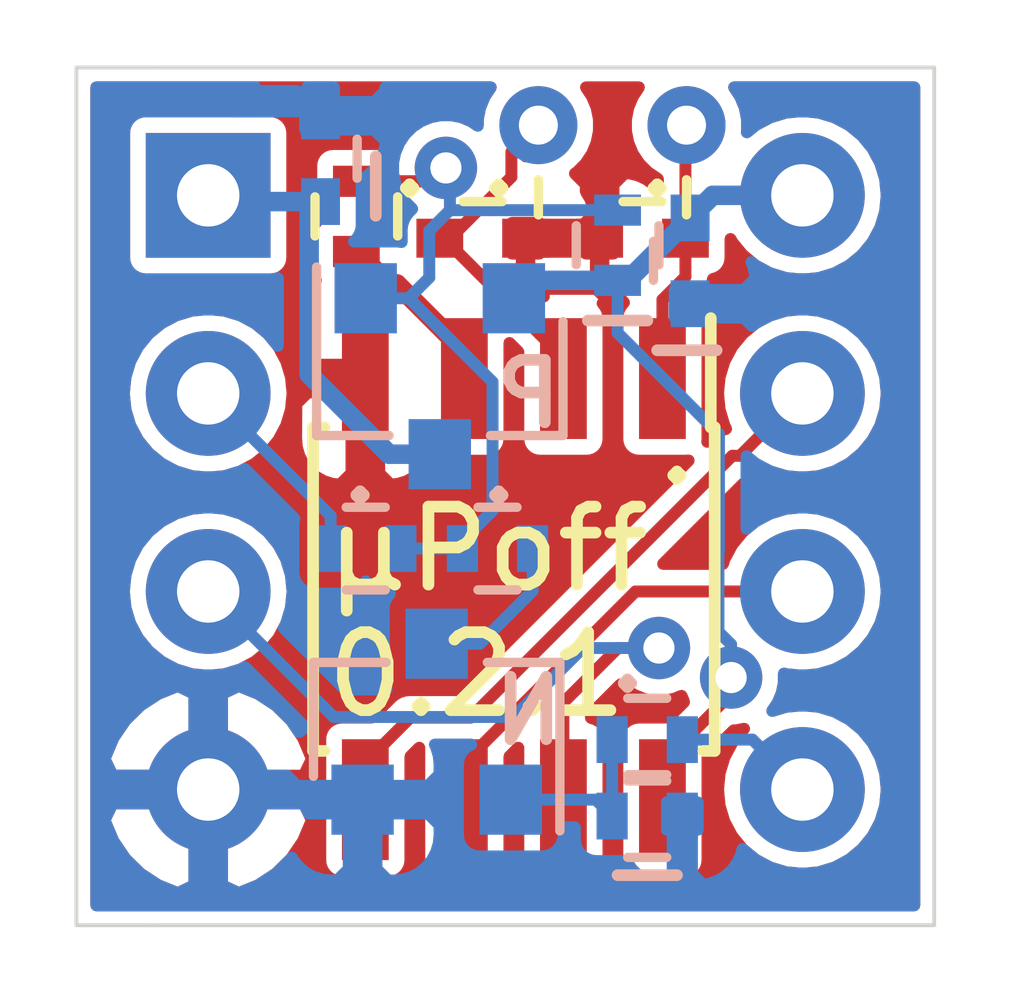
<source format=kicad_pcb>
(kicad_pcb (version 20171130) (host pcbnew 5.1.5)

  (general
    (thickness 1.6)
    (drawings 20)
    (tracks 113)
    (zones 0)
    (modules 15)
    (nets 15)
  )

  (page A4)
  (layers
    (0 F.Cu signal)
    (31 B.Cu signal)
    (32 B.Adhes user hide)
    (33 F.Adhes user hide)
    (34 B.Paste user hide)
    (35 F.Paste user hide)
    (36 B.SilkS user)
    (37 F.SilkS user)
    (38 B.Mask user hide)
    (39 F.Mask user hide)
    (40 Dwgs.User user hide)
    (41 Cmts.User user hide)
    (42 Eco1.User user hide)
    (43 Eco2.User user hide)
    (44 Edge.Cuts user)
    (45 Margin user hide)
    (46 B.CrtYd user hide)
    (47 F.CrtYd user hide)
    (48 B.Fab user hide)
    (49 F.Fab user hide)
  )

  (setup
    (last_trace_width 0.153)
    (user_trace_width 0.153)
    (trace_clearance 0.2)
    (zone_clearance 0.153)
    (zone_45_only no)
    (trace_min 0.153)
    (via_size 0.8)
    (via_drill 0.4)
    (via_min_size 0.3)
    (via_min_drill 0.3)
    (user_via 0.6 0.3)
    (uvia_size 0.3)
    (uvia_drill 0.1)
    (uvias_allowed no)
    (uvia_min_size 0.2)
    (uvia_min_drill 0.1)
    (edge_width 0.05)
    (segment_width 0.2)
    (pcb_text_width 0.3)
    (pcb_text_size 1.5 1.5)
    (mod_edge_width 0.12)
    (mod_text_size 1 1)
    (mod_text_width 0.15)
    (pad_size 1.524 1.524)
    (pad_drill 0.762)
    (pad_to_mask_clearance 0.051)
    (solder_mask_min_width 0.25)
    (aux_axis_origin 0 0)
    (visible_elements FFFFFF7F)
    (pcbplotparams
      (layerselection 0x010fc_ffffffff)
      (usegerberextensions false)
      (usegerberattributes false)
      (usegerberadvancedattributes false)
      (creategerberjobfile false)
      (excludeedgelayer true)
      (linewidth 0.100000)
      (plotframeref false)
      (viasonmask false)
      (mode 1)
      (useauxorigin false)
      (hpglpennumber 1)
      (hpglpenspeed 20)
      (hpglpendiameter 15.000000)
      (psnegative false)
      (psa4output false)
      (plotreference true)
      (plotvalue true)
      (plotinvisibletext false)
      (padsonsilk false)
      (subtractmaskfromsilk false)
      (outputformat 1)
      (mirror false)
      (drillshape 0)
      (scaleselection 1)
      (outputdirectory "gerber/"))
  )

  (net 0 "")
  (net 1 VCC)
  (net 2 GND)
  (net 3 "Net-(C2-Pad1)")
  (net 4 "Net-(C3-Pad1)")
  (net 5 VBUS)
  (net 6 ON)
  (net 7 SW)
  (net 8 SCL)
  (net 9 CLKO)
  (net 10 SDA)
  (net 11 "Net-(Q1-Pad1)")
  (net 12 "Net-(Q1-Pad3)")
  (net 13 TRIG)
  (net 14 "Net-(R6-Pad1)")

  (net_class Default "Dies ist die voreingestellte Netzklasse."
    (clearance 0.2)
    (trace_width 0.25)
    (via_dia 0.8)
    (via_drill 0.4)
    (uvia_dia 0.3)
    (uvia_drill 0.1)
    (add_net CLKO)
    (add_net GND)
    (add_net "Net-(C2-Pad1)")
    (add_net "Net-(C3-Pad1)")
    (add_net "Net-(Q1-Pad1)")
    (add_net "Net-(Q1-Pad3)")
    (add_net "Net-(R6-Pad1)")
    (add_net ON)
    (add_net SCL)
    (add_net SDA)
    (add_net SW)
    (add_net TRIG)
    (add_net VBUS)
    (add_net VCC)
  )

  (module Capacitors_SMD:C_0402 (layer B.Cu) (tedit 5D7AD794) (tstamp 5D7ACC7D)
    (at 63.16 33.09 90)
    (descr "Capacitor SMD 0402, reflow soldering, AVX (see smccp.pdf)")
    (tags "capacitor 0402")
    (path /5D7AEA69)
    (attr smd)
    (fp_text reference C1 (at 0 1.27 90) (layer B.SilkS) hide
      (effects (font (size 1 1) (thickness 0.15)) (justify mirror))
    )
    (fp_text value 100nF (at 0 -1.27 90) (layer B.Fab)
      (effects (font (size 1 1) (thickness 0.15)) (justify mirror))
    )
    (fp_text user %R (at 0 1.27 90) (layer B.Fab)
      (effects (font (size 1 1) (thickness 0.15)) (justify mirror))
    )
    (fp_line (start -0.5 -0.25) (end -0.5 0.25) (layer B.Fab) (width 0.1))
    (fp_line (start 0.5 -0.25) (end -0.5 -0.25) (layer B.Fab) (width 0.1))
    (fp_line (start 0.5 0.25) (end 0.5 -0.25) (layer B.Fab) (width 0.1))
    (fp_line (start -0.5 0.25) (end 0.5 0.25) (layer B.Fab) (width 0.1))
    (fp_line (start -0.25 -0.47) (end 0.25 -0.47) (layer B.SilkS) (width 0.12))
    (fp_line (start -1 0.4) (end 1 0.4) (layer B.CrtYd) (width 0.05))
    (fp_line (start -1 0.4) (end -1 -0.4) (layer B.CrtYd) (width 0.05))
    (fp_line (start 1 -0.4) (end 1 0.4) (layer B.CrtYd) (width 0.05))
    (fp_line (start 1 -0.4) (end -1 -0.4) (layer B.CrtYd) (width 0.05))
    (pad 1 smd rect (at -0.55 0 90) (size 0.6 0.5) (layers B.Cu B.Paste B.Mask)
      (net 2 GND))
    (pad 2 smd rect (at 0.55 0 90) (size 0.6 0.5) (layers B.Cu B.Paste B.Mask)
      (net 1 VCC))
    (model Capacitors_SMD.3dshapes/C_0402.wrl
      (at (xyz 0 0 0))
      (scale (xyz 1 1 1))
      (rotate (xyz 0 0 0))
    )
  )

  (module Capacitors_SMD:C_0402 (layer B.Cu) (tedit 5D7AD779) (tstamp 5D7AF146)
    (at 58.42 31.78 270)
    (descr "Capacitor SMD 0402, reflow soldering, AVX (see smccp.pdf)")
    (tags "capacitor 0402")
    (path /5D7BCD6E)
    (attr smd)
    (fp_text reference C4 (at 0 1.27 270) (layer B.SilkS) hide
      (effects (font (size 1 1) (thickness 0.15)) (justify mirror))
    )
    (fp_text value 100nF (at 0 -1.27 270) (layer B.Fab)
      (effects (font (size 1 1) (thickness 0.15)) (justify mirror))
    )
    (fp_text user %R (at 0 1.27 270) (layer B.Fab)
      (effects (font (size 1 1) (thickness 0.15)) (justify mirror))
    )
    (fp_line (start -0.5 -0.25) (end -0.5 0.25) (layer B.Fab) (width 0.1))
    (fp_line (start 0.5 -0.25) (end -0.5 -0.25) (layer B.Fab) (width 0.1))
    (fp_line (start 0.5 0.25) (end 0.5 -0.25) (layer B.Fab) (width 0.1))
    (fp_line (start -0.5 0.25) (end 0.5 0.25) (layer B.Fab) (width 0.1))
    (fp_line (start -0.25 -0.47) (end 0.25 -0.47) (layer B.SilkS) (width 0.12))
    (fp_line (start -1 0.4) (end 1 0.4) (layer B.CrtYd) (width 0.05))
    (fp_line (start -1 0.4) (end -1 -0.4) (layer B.CrtYd) (width 0.05))
    (fp_line (start 1 -0.4) (end 1 0.4) (layer B.CrtYd) (width 0.05))
    (fp_line (start 1 -0.4) (end -1 -0.4) (layer B.CrtYd) (width 0.05))
    (pad 1 smd rect (at -0.55 0 270) (size 0.6 0.5) (layers B.Cu B.Paste B.Mask)
      (net 2 GND))
    (pad 2 smd rect (at 0.55 0 270) (size 0.6 0.5) (layers B.Cu B.Paste B.Mask)
      (net 5 VBUS))
    (model Capacitors_SMD.3dshapes/C_0402.wrl
      (at (xyz 0 0 0))
      (scale (xyz 1 1 1))
      (rotate (xyz 0 0 0))
    )
  )

  (module Capacitors_SMD:C_0402 (layer F.Cu) (tedit 5D7AD75F) (tstamp 5D7ACCDD)
    (at 62.55 32.8 180)
    (descr "Capacitor SMD 0402, reflow soldering, AVX (see smccp.pdf)")
    (tags "capacitor 0402")
    (path /5D7ADDC0)
    (attr smd)
    (fp_text reference C2 (at 0 -1.27 180) (layer F.SilkS) hide
      (effects (font (size 1 1) (thickness 0.15)))
    )
    (fp_text value 22pF (at 0 1.27 180) (layer F.Fab)
      (effects (font (size 1 1) (thickness 0.15)))
    )
    (fp_text user %R (at 0 -1.27 180) (layer F.Fab)
      (effects (font (size 1 1) (thickness 0.15)))
    )
    (fp_line (start -0.5 0.25) (end -0.5 -0.25) (layer F.Fab) (width 0.1))
    (fp_line (start 0.5 0.25) (end -0.5 0.25) (layer F.Fab) (width 0.1))
    (fp_line (start 0.5 -0.25) (end 0.5 0.25) (layer F.Fab) (width 0.1))
    (fp_line (start -0.5 -0.25) (end 0.5 -0.25) (layer F.Fab) (width 0.1))
    (fp_line (start -0.25 0.47) (end 0.25 0.47) (layer F.SilkS) (width 0.12))
    (fp_line (start -1 -0.4) (end 1 -0.4) (layer F.CrtYd) (width 0.05))
    (fp_line (start -1 -0.4) (end -1 0.4) (layer F.CrtYd) (width 0.05))
    (fp_line (start 1 0.4) (end 1 -0.4) (layer F.CrtYd) (width 0.05))
    (fp_line (start 1 0.4) (end -1 0.4) (layer F.CrtYd) (width 0.05))
    (pad 1 smd rect (at -0.55 0 180) (size 0.6 0.5) (layers F.Cu F.Paste F.Mask)
      (net 3 "Net-(C2-Pad1)"))
    (pad 2 smd rect (at 0.55 0 180) (size 0.6 0.5) (layers F.Cu F.Paste F.Mask)
      (net 2 GND))
    (model Capacitors_SMD.3dshapes/C_0402.wrl
      (at (xyz 0 0 0))
      (scale (xyz 1 1 1))
      (rotate (xyz 0 0 0))
    )
  )

  (module Capacitors_SMD:C_0402 (layer F.Cu) (tedit 5D7AD74D) (tstamp 5D7AD947)
    (at 60.5 32.8)
    (descr "Capacitor SMD 0402, reflow soldering, AVX (see smccp.pdf)")
    (tags "capacitor 0402")
    (path /5D7AE3FA)
    (attr smd)
    (fp_text reference C3 (at 0 -1.27) (layer F.SilkS) hide
      (effects (font (size 1 1) (thickness 0.15)))
    )
    (fp_text value 22pF (at 0 1.27) (layer F.Fab)
      (effects (font (size 1 1) (thickness 0.15)))
    )
    (fp_text user %R (at 0 -1.27) (layer F.Fab)
      (effects (font (size 1 1) (thickness 0.15)))
    )
    (fp_line (start -0.5 0.25) (end -0.5 -0.25) (layer F.Fab) (width 0.1))
    (fp_line (start 0.5 0.25) (end -0.5 0.25) (layer F.Fab) (width 0.1))
    (fp_line (start 0.5 -0.25) (end 0.5 0.25) (layer F.Fab) (width 0.1))
    (fp_line (start -0.5 -0.25) (end 0.5 -0.25) (layer F.Fab) (width 0.1))
    (fp_line (start 0.25 -0.47) (end -0.25 -0.47) (layer F.SilkS) (width 0.12))
    (fp_line (start -1 -0.4) (end 1 -0.4) (layer F.CrtYd) (width 0.05))
    (fp_line (start -1 -0.4) (end -1 0.4) (layer F.CrtYd) (width 0.05))
    (fp_line (start 1 0.4) (end 1 -0.4) (layer F.CrtYd) (width 0.05))
    (fp_line (start 1 0.4) (end -1 0.4) (layer F.CrtYd) (width 0.05))
    (pad 1 smd rect (at -0.55 0) (size 0.6 0.5) (layers F.Cu F.Paste F.Mask)
      (net 4 "Net-(C3-Pad1)"))
    (pad 2 smd rect (at 0.55 0) (size 0.6 0.5) (layers F.Cu F.Paste F.Mask)
      (net 2 GND))
    (model Capacitors_SMD.3dshapes/C_0402.wrl
      (at (xyz 0 0 0))
      (scale (xyz 1 1 1))
      (rotate (xyz 0 0 0))
    )
  )

  (module Housings_DIP:DIP-8_W7.62mm (layer F.Cu) (tedit 5D7AD331) (tstamp 5D7ACA21)
    (at 56.98 32.25)
    (descr "8-lead though-hole mounted DIP package, row spacing 7.62 mm (300 mils)")
    (tags "THT DIP DIL PDIP 2.54mm 7.62mm 300mil")
    (path /5D7BDDF4)
    (fp_text reference J1 (at -2.878 -2.405) (layer F.SilkS) hide
      (effects (font (size 1 1) (thickness 0.15)))
    )
    (fp_text value 02x04 (at 3.81 9.95) (layer F.Fab)
      (effects (font (size 1 1) (thickness 0.15)))
    )
    (fp_line (start 1.635 -1.27) (end 6.985 -1.27) (layer F.Fab) (width 0.1))
    (fp_line (start 6.985 -1.27) (end 6.985 8.89) (layer F.Fab) (width 0.1))
    (fp_line (start 6.985 8.89) (end 0.635 8.89) (layer F.Fab) (width 0.1))
    (fp_line (start 0.635 8.89) (end 0.635 -0.27) (layer F.Fab) (width 0.1))
    (fp_line (start 0.635 -0.27) (end 1.635 -1.27) (layer F.Fab) (width 0.1))
    (fp_line (start -1.1 -1.55) (end -1.1 9.15) (layer F.CrtYd) (width 0.05))
    (fp_line (start -1.1 9.15) (end 8.7 9.15) (layer F.CrtYd) (width 0.05))
    (fp_line (start 8.7 9.15) (end 8.7 -1.55) (layer F.CrtYd) (width 0.05))
    (fp_line (start 8.7 -1.55) (end -1.1 -1.55) (layer F.CrtYd) (width 0.05))
    (fp_text user %R (at 3.81 3.81) (layer F.Fab)
      (effects (font (size 1 1) (thickness 0.15)))
    )
    (pad 1 thru_hole rect (at 0 0) (size 1.6 1.6) (drill 0.8) (layers *.Cu *.Mask)
      (net 5 VBUS))
    (pad 5 thru_hole oval (at 7.62 7.62) (size 1.6 1.6) (drill 0.8) (layers *.Cu *.Mask)
      (net 6 ON))
    (pad 2 thru_hole oval (at 0 2.54) (size 1.6 1.6) (drill 0.8) (layers *.Cu *.Mask)
      (net 7 SW))
    (pad 6 thru_hole oval (at 7.62 5.08) (size 1.6 1.6) (drill 0.8) (layers *.Cu *.Mask)
      (net 8 SCL))
    (pad 3 thru_hole oval (at 0 5.08) (size 1.6 1.6) (drill 0.8) (layers *.Cu *.Mask)
      (net 9 CLKO))
    (pad 7 thru_hole oval (at 7.62 2.54) (size 1.6 1.6) (drill 0.8) (layers *.Cu *.Mask)
      (net 10 SDA))
    (pad 4 thru_hole oval (at 0 7.62) (size 1.6 1.6) (drill 0.8) (layers *.Cu *.Mask)
      (net 2 GND))
    (pad 8 thru_hole oval (at 7.62 0) (size 1.6 1.6) (drill 0.8) (layers *.Cu *.Mask)
      (net 1 VCC))
    (model ${KISYS3DMOD}/Housings_DIP.3dshapes/DIP-8_W7.62mm.wrl
      (at (xyz 0 0 0))
      (scale (xyz 1 1 1))
      (rotate (xyz 0 0 0))
    )
  )

  (module Crystals:Crystal_C38-LF_d3.0mm_l8.0mm_Horizontal (layer F.Cu) (tedit 5D7AD313) (tstamp 5D7AFE81)
    (at 61.214 31.35)
    (descr "Crystal THT C38-LF 8.0mm length 3.0mm diameter")
    (tags ['C38-LF'])
    (path /5D7ACEB3)
    (fp_text reference Y1 (at -2.07 2.25 90) (layer F.SilkS) hide
      (effects (font (size 1 1) (thickness 0.15)))
    )
    (fp_text value 32.768kHz (at 3.97 2.25 90) (layer F.Fab)
      (effects (font (size 1 1) (thickness 0.15)))
    )
    (fp_text user %R (at 1.25 6.5 90) (layer F.Fab)
      (effects (font (size 0.7 0.7) (thickness 0.105)))
    )
    (fp_line (start -0.55 2.5) (end -0.55 10.5) (layer F.Fab) (width 0.1))
    (fp_line (start -0.55 10.5) (end 2.45 10.5) (layer F.Fab) (width 0.1))
    (fp_line (start 2.45 10.5) (end 2.45 2.5) (layer F.Fab) (width 0.1))
    (fp_line (start 2.45 2.5) (end -0.55 2.5) (layer F.Fab) (width 0.1))
    (fp_line (start 0.405 2.5) (end 0 1.25) (layer F.Fab) (width 0.1))
    (fp_line (start 0 1.25) (end 0 0) (layer F.Fab) (width 0.1))
    (fp_line (start 1.495 2.5) (end 1.9 1.25) (layer F.Fab) (width 0.1))
    (fp_line (start 1.9 1.25) (end 1.9 0) (layer F.Fab) (width 0.1))
    (fp_line (start 0 1.15) (end 0 0.7) (layer F.SilkS) (width 0.12))
    (fp_line (start 1.9 1.15) (end 1.9 0.7) (layer F.SilkS) (width 0.12))
    (fp_line (start -1.3 -0.8) (end -1.3 11.3) (layer F.CrtYd) (width 0.05))
    (fp_line (start -1.3 11.3) (end 3.2 11.3) (layer F.CrtYd) (width 0.05))
    (fp_line (start 3.2 11.3) (end 3.2 -0.8) (layer F.CrtYd) (width 0.05))
    (fp_line (start 3.2 -0.8) (end -1.3 -0.8) (layer F.CrtYd) (width 0.05))
    (pad 1 thru_hole circle (at 1.9 0) (size 1 1) (drill 0.5) (layers *.Cu *.Mask)
      (net 3 "Net-(C2-Pad1)"))
    (pad 2 thru_hole circle (at 0 0) (size 1 1) (drill 0.5) (layers *.Cu *.Mask)
      (net 4 "Net-(C3-Pad1)"))
    (model ${KISYS3DMOD}/Crystals.3dshapes/Crystal_C38-LF_d3.0mm_l8.0mm_Horizontal.wrl
      (at (xyz 0 0 0))
      (scale (xyz 0.393701 0.393701 0.393701))
      (rotate (xyz 0 0 0))
    )
  )

  (module Housings_SOIC:HTSOP-8-1EP_3.9x4.9mm_Pitch1.27mm (layer F.Cu) (tedit 5D7ACC6A) (tstamp 5D7AD0C7)
    (at 60.9 37.3 270)
    (tags "HTSOP 1.27")
    (path /5D7AC337)
    (attr smd)
    (fp_text reference U1 (at 0 -3.5 270) (layer F.SilkS) hide
      (effects (font (size 1 1) (thickness 0.15)))
    )
    (fp_text value PCF8563TS (at 0 3.5 270) (layer F.Fab)
      (effects (font (size 1 1) (thickness 0.15)))
    )
    (fp_text user %R (at 0 0 270) (layer F.Fab)
      (effects (font (size 0.9 0.9) (thickness 0.135)))
    )
    (fp_line (start -0.95 -2.45) (end 1.95 -2.45) (layer F.Fab) (width 0.15))
    (fp_line (start 1.95 -2.45) (end 1.95 2.45) (layer F.Fab) (width 0.15))
    (fp_line (start 1.95 2.45) (end -1.95 2.45) (layer F.Fab) (width 0.15))
    (fp_line (start -1.95 2.45) (end -1.95 -1.45) (layer F.Fab) (width 0.15))
    (fp_line (start -1.95 -1.45) (end -0.95 -2.45) (layer F.Fab) (width 0.15))
    (fp_line (start -3.75 -2.75) (end -3.75 2.75) (layer F.CrtYd) (width 0.05))
    (fp_line (start 3.75 -2.75) (end 3.75 2.75) (layer F.CrtYd) (width 0.05))
    (fp_line (start -3.75 -2.75) (end 3.75 -2.75) (layer F.CrtYd) (width 0.05))
    (fp_line (start -3.75 2.75) (end 3.75 2.75) (layer F.CrtYd) (width 0.05))
    (fp_line (start -2.075 -2.575) (end -2.075 -2.525) (layer F.SilkS) (width 0.15))
    (fp_line (start 2.075 -2.575) (end 2.075 -2.43) (layer F.SilkS) (width 0.15))
    (fp_line (start 2.075 2.575) (end 2.075 2.43) (layer F.SilkS) (width 0.15))
    (fp_line (start -2.075 2.575) (end -2.075 2.43) (layer F.SilkS) (width 0.15))
    (fp_line (start -2.075 -2.575) (end 2.075 -2.575) (layer F.SilkS) (width 0.15))
    (fp_line (start -2.075 2.575) (end 2.075 2.575) (layer F.SilkS) (width 0.15))
    (fp_line (start -2.075 -2.525) (end -3.475 -2.525) (layer F.SilkS) (width 0.15))
    (pad 1 smd rect (at -2.7 -1.905 270) (size 1.55 0.6) (layers F.Cu F.Paste F.Mask)
      (net 3 "Net-(C2-Pad1)"))
    (pad 2 smd rect (at -2.7 -0.635 270) (size 1.55 0.6) (layers F.Cu F.Paste F.Mask)
      (net 4 "Net-(C3-Pad1)"))
    (pad 3 smd rect (at -2.7 0.635 270) (size 1.55 0.6) (layers F.Cu F.Paste F.Mask)
      (net 14 "Net-(R6-Pad1)"))
    (pad 4 smd rect (at -2.7 1.905 270) (size 1.55 0.6) (layers F.Cu F.Paste F.Mask)
      (net 2 GND))
    (pad 5 smd rect (at 2.7 1.905 270) (size 1.55 0.6) (layers F.Cu F.Paste F.Mask)
      (net 10 SDA))
    (pad 6 smd rect (at 2.7 0.635 270) (size 1.55 0.6) (layers F.Cu F.Paste F.Mask)
      (net 8 SCL))
    (pad 7 smd rect (at 2.7 -0.635 270) (size 1.55 0.6) (layers F.Cu F.Paste F.Mask)
      (net 9 CLKO))
    (pad 8 smd rect (at 2.7 -1.905 270) (size 1.55 0.6) (layers F.Cu F.Paste F.Mask)
      (net 1 VCC))
    (model ${KISYS3DMOD}/Housings_SOIC.3dshapes/HTSOP-8-1EP_3.9x4.9mm_Pitch1.27mm.wrl
      (at (xyz 0 0 0))
      (scale (xyz 1 1 1))
      (rotate (xyz 0 0 0))
    )
  )

  (module Resistors_SMD:R_0402 (layer F.Cu) (tedit 58E0A804) (tstamp 5D7AF212)
    (at 58.88 32.52 90)
    (descr "Resistor SMD 0402, reflow soldering, Vishay (see dcrcw.pdf)")
    (tags "resistor 0402")
    (path /5D7B1F6A)
    (attr smd)
    (fp_text reference R6 (at 0 -1.35 90) (layer F.SilkS) hide
      (effects (font (size 1 1) (thickness 0.15)))
    )
    (fp_text value 1.2kΩ (at 0 1.45 90) (layer F.Fab)
      (effects (font (size 1 1) (thickness 0.15)))
    )
    (fp_text user %R (at 0 -1.35 90) (layer F.Fab)
      (effects (font (size 1 1) (thickness 0.15)))
    )
    (fp_line (start -0.5 0.25) (end -0.5 -0.25) (layer F.Fab) (width 0.1))
    (fp_line (start 0.5 0.25) (end -0.5 0.25) (layer F.Fab) (width 0.1))
    (fp_line (start 0.5 -0.25) (end 0.5 0.25) (layer F.Fab) (width 0.1))
    (fp_line (start -0.5 -0.25) (end 0.5 -0.25) (layer F.Fab) (width 0.1))
    (fp_line (start 0.25 -0.53) (end -0.25 -0.53) (layer F.SilkS) (width 0.12))
    (fp_line (start -0.25 0.53) (end 0.25 0.53) (layer F.SilkS) (width 0.12))
    (fp_line (start -0.8 -0.45) (end 0.8 -0.45) (layer F.CrtYd) (width 0.05))
    (fp_line (start -0.8 -0.45) (end -0.8 0.45) (layer F.CrtYd) (width 0.05))
    (fp_line (start 0.8 0.45) (end 0.8 -0.45) (layer F.CrtYd) (width 0.05))
    (fp_line (start 0.8 0.45) (end -0.8 0.45) (layer F.CrtYd) (width 0.05))
    (pad 1 smd rect (at -0.45 0 90) (size 0.4 0.6) (layers F.Cu F.Paste F.Mask)
      (net 14 "Net-(R6-Pad1)"))
    (pad 2 smd rect (at 0.45 0 90) (size 0.4 0.6) (layers F.Cu F.Paste F.Mask)
      (net 13 TRIG))
    (model ${KISYS3DMOD}/Resistors_SMD.3dshapes/R_0402.wrl
      (at (xyz 0 0 0))
      (scale (xyz 1 1 1))
      (rotate (xyz 0 0 0))
    )
  )

  (module Resistors_SMD:R_0402 (layer B.Cu) (tedit 58E0A804) (tstamp 5D7AF0E6)
    (at 60.69 36.78)
    (descr "Resistor SMD 0402, reflow soldering, Vishay (see dcrcw.pdf)")
    (tags "resistor 0402")
    (path /5D7AFF40)
    (attr smd)
    (fp_text reference R5 (at 0 1.35) (layer B.SilkS) hide
      (effects (font (size 1 1) (thickness 0.15)) (justify mirror))
    )
    (fp_text value 1.2kΩ (at 0 -1.45) (layer B.Fab)
      (effects (font (size 1 1) (thickness 0.15)) (justify mirror))
    )
    (fp_text user %R (at 0 1.35) (layer B.Fab)
      (effects (font (size 1 1) (thickness 0.15)) (justify mirror))
    )
    (fp_line (start -0.5 -0.25) (end -0.5 0.25) (layer B.Fab) (width 0.1))
    (fp_line (start 0.5 -0.25) (end -0.5 -0.25) (layer B.Fab) (width 0.1))
    (fp_line (start 0.5 0.25) (end 0.5 -0.25) (layer B.Fab) (width 0.1))
    (fp_line (start -0.5 0.25) (end 0.5 0.25) (layer B.Fab) (width 0.1))
    (fp_line (start 0.25 0.53) (end -0.25 0.53) (layer B.SilkS) (width 0.12))
    (fp_line (start -0.25 -0.53) (end 0.25 -0.53) (layer B.SilkS) (width 0.12))
    (fp_line (start -0.8 0.45) (end 0.8 0.45) (layer B.CrtYd) (width 0.05))
    (fp_line (start -0.8 0.45) (end -0.8 -0.45) (layer B.CrtYd) (width 0.05))
    (fp_line (start 0.8 -0.45) (end 0.8 0.45) (layer B.CrtYd) (width 0.05))
    (fp_line (start 0.8 -0.45) (end -0.8 -0.45) (layer B.CrtYd) (width 0.05))
    (pad 1 smd rect (at -0.45 0) (size 0.4 0.6) (layers B.Cu B.Paste B.Mask)
      (net 13 TRIG))
    (pad 2 smd rect (at 0.45 0) (size 0.4 0.6) (layers B.Cu B.Paste B.Mask)
      (net 12 "Net-(Q1-Pad3)"))
    (model ${KISYS3DMOD}/Resistors_SMD.3dshapes/R_0402.wrl
      (at (xyz 0 0 0))
      (scale (xyz 1 1 1))
      (rotate (xyz 0 0 0))
    )
  )

  (module Resistors_SMD:R_0402 (layer B.Cu) (tedit 58E0A804) (tstamp 5D7AF967)
    (at 62.61 40.21)
    (descr "Resistor SMD 0402, reflow soldering, Vishay (see dcrcw.pdf)")
    (tags "resistor 0402")
    (path /5D7B25AA)
    (attr smd)
    (fp_text reference R4 (at 0 1.35) (layer B.SilkS) hide
      (effects (font (size 1 1) (thickness 0.15)) (justify mirror))
    )
    (fp_text value 120kΩ (at 0 -1.45) (layer B.Fab)
      (effects (font (size 1 1) (thickness 0.15)) (justify mirror))
    )
    (fp_text user %R (at 0 1.35) (layer B.Fab)
      (effects (font (size 1 1) (thickness 0.15)) (justify mirror))
    )
    (fp_line (start -0.5 -0.25) (end -0.5 0.25) (layer B.Fab) (width 0.1))
    (fp_line (start 0.5 -0.25) (end -0.5 -0.25) (layer B.Fab) (width 0.1))
    (fp_line (start 0.5 0.25) (end 0.5 -0.25) (layer B.Fab) (width 0.1))
    (fp_line (start -0.5 0.25) (end 0.5 0.25) (layer B.Fab) (width 0.1))
    (fp_line (start 0.25 0.53) (end -0.25 0.53) (layer B.SilkS) (width 0.12))
    (fp_line (start -0.25 -0.53) (end 0.25 -0.53) (layer B.SilkS) (width 0.12))
    (fp_line (start -0.8 0.45) (end 0.8 0.45) (layer B.CrtYd) (width 0.05))
    (fp_line (start -0.8 0.45) (end -0.8 -0.45) (layer B.CrtYd) (width 0.05))
    (fp_line (start 0.8 -0.45) (end 0.8 0.45) (layer B.CrtYd) (width 0.05))
    (fp_line (start 0.8 -0.45) (end -0.8 -0.45) (layer B.CrtYd) (width 0.05))
    (pad 1 smd rect (at -0.45 0) (size 0.4 0.6) (layers B.Cu B.Paste B.Mask)
      (net 11 "Net-(Q1-Pad1)"))
    (pad 2 smd rect (at 0.45 0) (size 0.4 0.6) (layers B.Cu B.Paste B.Mask)
      (net 2 GND))
    (model ${KISYS3DMOD}/Resistors_SMD.3dshapes/R_0402.wrl
      (at (xyz 0 0 0))
      (scale (xyz 1 1 1))
      (rotate (xyz 0 0 0))
    )
  )

  (module Resistors_SMD:R_0402 (layer B.Cu) (tedit 58E0A804) (tstamp 5D7AF1A6)
    (at 62.61 39.23 180)
    (descr "Resistor SMD 0402, reflow soldering, Vishay (see dcrcw.pdf)")
    (tags "resistor 0402")
    (path /5D7B2304)
    (attr smd)
    (fp_text reference R3 (at 0 1.35) (layer B.SilkS) hide
      (effects (font (size 1 1) (thickness 0.15)) (justify mirror))
    )
    (fp_text value 1.2kΩ (at 0 -1.45) (layer B.Fab)
      (effects (font (size 1 1) (thickness 0.15)) (justify mirror))
    )
    (fp_text user %R (at 0 1.35) (layer B.Fab)
      (effects (font (size 1 1) (thickness 0.15)) (justify mirror))
    )
    (fp_line (start -0.5 -0.25) (end -0.5 0.25) (layer B.Fab) (width 0.1))
    (fp_line (start 0.5 -0.25) (end -0.5 -0.25) (layer B.Fab) (width 0.1))
    (fp_line (start 0.5 0.25) (end 0.5 -0.25) (layer B.Fab) (width 0.1))
    (fp_line (start -0.5 0.25) (end 0.5 0.25) (layer B.Fab) (width 0.1))
    (fp_line (start 0.25 0.53) (end -0.25 0.53) (layer B.SilkS) (width 0.12))
    (fp_line (start -0.25 -0.53) (end 0.25 -0.53) (layer B.SilkS) (width 0.12))
    (fp_line (start -0.8 0.45) (end 0.8 0.45) (layer B.CrtYd) (width 0.05))
    (fp_line (start -0.8 0.45) (end -0.8 -0.45) (layer B.CrtYd) (width 0.05))
    (fp_line (start 0.8 -0.45) (end 0.8 0.45) (layer B.CrtYd) (width 0.05))
    (fp_line (start 0.8 -0.45) (end -0.8 -0.45) (layer B.CrtYd) (width 0.05))
    (pad 1 smd rect (at -0.45 0 180) (size 0.4 0.6) (layers B.Cu B.Paste B.Mask)
      (net 6 ON))
    (pad 2 smd rect (at 0.45 0 180) (size 0.4 0.6) (layers B.Cu B.Paste B.Mask)
      (net 11 "Net-(Q1-Pad1)"))
    (model ${KISYS3DMOD}/Resistors_SMD.3dshapes/R_0402.wrl
      (at (xyz 0 0 0))
      (scale (xyz 1 1 1))
      (rotate (xyz 0 0 0))
    )
  )

  (module Resistors_SMD:R_0402 (layer B.Cu) (tedit 58E0A804) (tstamp 5D7AF0B6)
    (at 59 36.78)
    (descr "Resistor SMD 0402, reflow soldering, Vishay (see dcrcw.pdf)")
    (tags "resistor 0402")
    (path /5D7B2425)
    (attr smd)
    (fp_text reference R2 (at 0 1.35) (layer B.SilkS) hide
      (effects (font (size 1 1) (thickness 0.15)) (justify mirror))
    )
    (fp_text value 1.2kΩ (at 0 -1.45) (layer B.Fab)
      (effects (font (size 1 1) (thickness 0.15)) (justify mirror))
    )
    (fp_text user %R (at 0 1.35) (layer B.Fab)
      (effects (font (size 1 1) (thickness 0.15)) (justify mirror))
    )
    (fp_line (start -0.5 -0.25) (end -0.5 0.25) (layer B.Fab) (width 0.1))
    (fp_line (start 0.5 -0.25) (end -0.5 -0.25) (layer B.Fab) (width 0.1))
    (fp_line (start 0.5 0.25) (end 0.5 -0.25) (layer B.Fab) (width 0.1))
    (fp_line (start -0.5 0.25) (end 0.5 0.25) (layer B.Fab) (width 0.1))
    (fp_line (start 0.25 0.53) (end -0.25 0.53) (layer B.SilkS) (width 0.12))
    (fp_line (start -0.25 -0.53) (end 0.25 -0.53) (layer B.SilkS) (width 0.12))
    (fp_line (start -0.8 0.45) (end 0.8 0.45) (layer B.CrtYd) (width 0.05))
    (fp_line (start -0.8 0.45) (end -0.8 -0.45) (layer B.CrtYd) (width 0.05))
    (fp_line (start 0.8 -0.45) (end 0.8 0.45) (layer B.CrtYd) (width 0.05))
    (fp_line (start 0.8 -0.45) (end -0.8 -0.45) (layer B.CrtYd) (width 0.05))
    (pad 1 smd rect (at -0.45 0) (size 0.4 0.6) (layers B.Cu B.Paste B.Mask)
      (net 7 SW))
    (pad 2 smd rect (at 0.45 0) (size 0.4 0.6) (layers B.Cu B.Paste B.Mask)
      (net 13 TRIG))
    (model ${KISYS3DMOD}/Resistors_SMD.3dshapes/R_0402.wrl
      (at (xyz 0 0 0))
      (scale (xyz 1 1 1))
      (rotate (xyz 0 0 0))
    )
  )

  (module Resistors_SMD:R_0402 (layer B.Cu) (tedit 58E0A804) (tstamp 5D7AF116)
    (at 62.23 32.89 90)
    (descr "Resistor SMD 0402, reflow soldering, Vishay (see dcrcw.pdf)")
    (tags "resistor 0402")
    (path /5D7B21B9)
    (attr smd)
    (fp_text reference R1 (at 0 1.35 90) (layer B.SilkS) hide
      (effects (font (size 1 1) (thickness 0.15)) (justify mirror))
    )
    (fp_text value 120kΩ (at 0 -1.45 90) (layer B.Fab)
      (effects (font (size 1 1) (thickness 0.15)) (justify mirror))
    )
    (fp_text user %R (at 0 1.35 90) (layer B.Fab)
      (effects (font (size 1 1) (thickness 0.15)) (justify mirror))
    )
    (fp_line (start -0.5 -0.25) (end -0.5 0.25) (layer B.Fab) (width 0.1))
    (fp_line (start 0.5 -0.25) (end -0.5 -0.25) (layer B.Fab) (width 0.1))
    (fp_line (start 0.5 0.25) (end 0.5 -0.25) (layer B.Fab) (width 0.1))
    (fp_line (start -0.5 0.25) (end 0.5 0.25) (layer B.Fab) (width 0.1))
    (fp_line (start 0.25 0.53) (end -0.25 0.53) (layer B.SilkS) (width 0.12))
    (fp_line (start -0.25 -0.53) (end 0.25 -0.53) (layer B.SilkS) (width 0.12))
    (fp_line (start -0.8 0.45) (end 0.8 0.45) (layer B.CrtYd) (width 0.05))
    (fp_line (start -0.8 0.45) (end -0.8 -0.45) (layer B.CrtYd) (width 0.05))
    (fp_line (start 0.8 -0.45) (end 0.8 0.45) (layer B.CrtYd) (width 0.05))
    (fp_line (start 0.8 -0.45) (end -0.8 -0.45) (layer B.CrtYd) (width 0.05))
    (pad 1 smd rect (at -0.45 0 90) (size 0.4 0.6) (layers B.Cu B.Paste B.Mask)
      (net 1 VCC))
    (pad 2 smd rect (at 0.45 0 90) (size 0.4 0.6) (layers B.Cu B.Paste B.Mask)
      (net 13 TRIG))
    (model ${KISYS3DMOD}/Resistors_SMD.3dshapes/R_0402.wrl
      (at (xyz 0 0 0))
      (scale (xyz 1 1 1))
      (rotate (xyz 0 0 0))
    )
  )

  (module TO_SOT_Packages_SMD:SOT-23 (layer B.Cu) (tedit 58CE4E7E) (tstamp 5D7AF1DA)
    (at 59.95 34.57 270)
    (descr "SOT-23, Standard")
    (tags SOT-23)
    (path /5D7B104D)
    (attr smd)
    (fp_text reference Q2 (at 0 2.5 90) (layer B.SilkS) hide
      (effects (font (size 1 1) (thickness 0.15)) (justify mirror))
    )
    (fp_text value AO3407 (at 0 -2.5 90) (layer B.Fab)
      (effects (font (size 1 1) (thickness 0.15)) (justify mirror))
    )
    (fp_text user %R (at 0 0 180) (layer B.Fab)
      (effects (font (size 0.5 0.5) (thickness 0.075)) (justify mirror))
    )
    (fp_line (start -0.7 0.95) (end -0.7 -1.5) (layer B.Fab) (width 0.1))
    (fp_line (start -0.15 1.52) (end 0.7 1.52) (layer B.Fab) (width 0.1))
    (fp_line (start -0.7 0.95) (end -0.15 1.52) (layer B.Fab) (width 0.1))
    (fp_line (start 0.7 1.52) (end 0.7 -1.52) (layer B.Fab) (width 0.1))
    (fp_line (start -0.7 -1.52) (end 0.7 -1.52) (layer B.Fab) (width 0.1))
    (fp_line (start 0.76 -1.58) (end 0.76 -0.65) (layer B.SilkS) (width 0.12))
    (fp_line (start 0.76 1.58) (end 0.76 0.65) (layer B.SilkS) (width 0.12))
    (fp_line (start -1.7 1.75) (end 1.7 1.75) (layer B.CrtYd) (width 0.05))
    (fp_line (start 1.7 1.75) (end 1.7 -1.75) (layer B.CrtYd) (width 0.05))
    (fp_line (start 1.7 -1.75) (end -1.7 -1.75) (layer B.CrtYd) (width 0.05))
    (fp_line (start -1.7 -1.75) (end -1.7 1.75) (layer B.CrtYd) (width 0.05))
    (fp_line (start 0.76 1.58) (end -1.4 1.58) (layer B.SilkS) (width 0.12))
    (fp_line (start 0.76 -1.58) (end -0.7 -1.58) (layer B.SilkS) (width 0.12))
    (pad 1 smd rect (at -1 0.95 270) (size 0.9 0.8) (layers B.Cu B.Paste B.Mask)
      (net 13 TRIG))
    (pad 2 smd rect (at -1 -0.95 270) (size 0.9 0.8) (layers B.Cu B.Paste B.Mask)
      (net 1 VCC))
    (pad 3 smd rect (at 1 0 270) (size 0.9 0.8) (layers B.Cu B.Paste B.Mask)
      (net 5 VBUS))
    (model ${KISYS3DMOD}/TO_SOT_Packages_SMD.3dshapes/SOT-23.wrl
      (at (xyz 0 0 0))
      (scale (xyz 1 1 1))
      (rotate (xyz 0 0 0))
    )
  )

  (module TO_SOT_Packages_SMD:SOT-23 (layer B.Cu) (tedit 58CE4E7E) (tstamp 5D7AF246)
    (at 59.91 39 90)
    (descr "SOT-23, Standard")
    (tags SOT-23)
    (path /5D7B062D)
    (attr smd)
    (fp_text reference Q1 (at 0 2.5 90) (layer B.SilkS) hide
      (effects (font (size 1 1) (thickness 0.15)) (justify mirror))
    )
    (fp_text value SI2302 (at 0 -2.5 90) (layer B.Fab)
      (effects (font (size 1 1) (thickness 0.15)) (justify mirror))
    )
    (fp_text user %R (at 0 0 180) (layer B.Fab)
      (effects (font (size 0.5 0.5) (thickness 0.075)) (justify mirror))
    )
    (fp_line (start -0.7 0.95) (end -0.7 -1.5) (layer B.Fab) (width 0.1))
    (fp_line (start -0.15 1.52) (end 0.7 1.52) (layer B.Fab) (width 0.1))
    (fp_line (start -0.7 0.95) (end -0.15 1.52) (layer B.Fab) (width 0.1))
    (fp_line (start 0.7 1.52) (end 0.7 -1.52) (layer B.Fab) (width 0.1))
    (fp_line (start -0.7 -1.52) (end 0.7 -1.52) (layer B.Fab) (width 0.1))
    (fp_line (start 0.76 -1.58) (end 0.76 -0.65) (layer B.SilkS) (width 0.12))
    (fp_line (start 0.76 1.58) (end 0.76 0.65) (layer B.SilkS) (width 0.12))
    (fp_line (start -1.7 1.75) (end 1.7 1.75) (layer B.CrtYd) (width 0.05))
    (fp_line (start 1.7 1.75) (end 1.7 -1.75) (layer B.CrtYd) (width 0.05))
    (fp_line (start 1.7 -1.75) (end -1.7 -1.75) (layer B.CrtYd) (width 0.05))
    (fp_line (start -1.7 -1.75) (end -1.7 1.75) (layer B.CrtYd) (width 0.05))
    (fp_line (start 0.76 1.58) (end -1.4 1.58) (layer B.SilkS) (width 0.12))
    (fp_line (start 0.76 -1.58) (end -0.7 -1.58) (layer B.SilkS) (width 0.12))
    (pad 1 smd rect (at -1 0.95 90) (size 0.9 0.8) (layers B.Cu B.Paste B.Mask)
      (net 11 "Net-(Q1-Pad1)"))
    (pad 2 smd rect (at -1 -0.95 90) (size 0.9 0.8) (layers B.Cu B.Paste B.Mask)
      (net 2 GND))
    (pad 3 smd rect (at 1 0 90) (size 0.9 0.8) (layers B.Cu B.Paste B.Mask)
      (net 12 "Net-(Q1-Pad3)"))
    (model ${KISYS3DMOD}/TO_SOT_Packages_SMD.3dshapes/SOT-23.wrl
      (at (xyz 0 0 0))
      (scale (xyz 1 1 1))
      (rotate (xyz 0 0 0))
    )
  )

  (gr_line (start 55.29 30.61) (end 56.29 30.61) (layer Edge.Cuts) (width 0.05) (tstamp 5D7B163F))
  (gr_line (start 55.29 41.61) (end 55.29 30.61) (layer Edge.Cuts) (width 0.05) (tstamp 5D7B163C))
  (gr_line (start 56.29 41.61) (end 55.29 41.61) (layer Edge.Cuts) (width 0.05) (tstamp 5D7B1642))
  (gr_line (start 66.29 41.61) (end 56.29 41.61) (layer Edge.Cuts) (width 0.05) (tstamp 5D7B1636))
  (gr_line (start 66.29 30.61) (end 66.29 41.61) (layer Edge.Cuts) (width 0.05) (tstamp 5D7B1645))
  (gr_line (start 56.29 30.61) (end 66.29 30.61) (layer Edge.Cuts) (width 0.05) (tstamp 5D7B1639))
  (gr_text . (at 62.992 35.433) (layer F.SilkS) (tstamp 5D7B127C)
    (effects (font (size 1 1) (thickness 0.15)))
  )
  (gr_text . (at 59.563 31.75) (layer F.SilkS) (tstamp 5D7B127A)
    (effects (font (size 1 1) (thickness 0.15)))
  )
  (gr_text . (at 62.738 31.75) (layer F.SilkS) (tstamp 5D7B1212)
    (effects (font (size 1 1) (thickness 0.15)))
  )
  (gr_text . (at 60.706 31.75) (layer F.SilkS) (tstamp 5D7B120D)
    (effects (font (size 1 1) (thickness 0.15)))
  )
  (gr_text - (at 59.055 32.131 90) (layer B.SilkS) (tstamp 5D7B11F2)
    (effects (font (size 1 1) (thickness 0.15)) (justify mirror))
  )
  (gr_text - (at 63.119 34.163) (layer B.SilkS) (tstamp 5D7B11F0)
    (effects (font (size 1 1) (thickness 0.15)) (justify mirror))
  )
  (gr_text - (at 62.23 33.782) (layer B.SilkS) (tstamp 5D7B11EE)
    (effects (font (size 1 1) (thickness 0.15)) (justify mirror))
  )
  (gr_text . (at 58.928 35.687) (layer B.SilkS) (tstamp 5D7B11E9)
    (effects (font (size 1 1) (thickness 0.15)) (justify mirror))
  )
  (gr_text . (at 60.706 35.687) (layer B.SilkS) (tstamp 5D7B1163)
    (effects (font (size 1 1) (thickness 0.15)) (justify mirror))
  )
  (gr_text - (at 62.611 40.894) (layer B.SilkS) (tstamp 5D7B115F)
    (effects (font (size 1 1) (thickness 0.15)) (justify mirror))
  )
  (gr_text . (at 62.357 38.1) (layer B.SilkS)
    (effects (font (size 1 1) (thickness 0.15)) (justify mirror))
  )
  (gr_text N (at 61.087 38.862) (layer B.SilkS) (tstamp 5D7B1130)
    (effects (font (size 0.8 0.8) (thickness 0.15)) (justify mirror))
  )
  (gr_text P (at 61.087 34.798) (layer B.SilkS)
    (effects (font (size 0.8 0.8) (thickness 0.15)) (justify mirror))
  )
  (gr_text "µPoff\n0.2.1" (at 58.42 37.592) (layer F.SilkS)
    (effects (font (size 1 1) (thickness 0.15)) (justify left))
  )

  (segment (start 63.45 32.25) (end 63.16 32.54) (width 0.25) (layer B.Cu) (net 1))
  (segment (start 64.6 32.25) (end 63.45 32.25) (width 0.25) (layer B.Cu) (net 1))
  (segment (start 62.36 33.34) (end 62.23 33.34) (width 0.25) (layer B.Cu) (net 1))
  (segment (start 63.16 32.54) (end 62.36 33.34) (width 0.25) (layer B.Cu) (net 1))
  (segment (start 61.13 33.34) (end 60.9 33.57) (width 0.25) (layer B.Cu) (net 1))
  (segment (start 62.23 33.34) (end 61.13 33.34) (width 0.25) (layer B.Cu) (net 1))
  (segment (start 62.805 40) (end 62.805 39.525) (width 0.153) (layer F.Cu) (net 1))
  (via (at 63.685755 38.433656) (size 0.8) (drill 0.4) (layers F.Cu B.Cu) (net 1))
  (segment (start 63.685755 38.644245) (end 63.685755 38.433656) (width 0.153) (layer F.Cu) (net 1))
  (segment (start 62.805 39.525) (end 63.685755 38.644245) (width 0.153) (layer F.Cu) (net 1))
  (segment (start 63.16 32.59) (end 63.16 32.54) (width 0.153) (layer B.Cu) (net 1))
  (segment (start 62.23 34.013222) (end 62.23 33.34) (width 0.153) (layer B.Cu) (net 1))
  (segment (start 63.685755 38.008977) (end 63.523499 37.846721) (width 0.153) (layer B.Cu) (net 1))
  (segment (start 63.53 35.313222) (end 62.23 34.013222) (width 0.153) (layer B.Cu) (net 1))
  (segment (start 63.523499 37.846721) (end 63.523499 36.813279) (width 0.153) (layer B.Cu) (net 1))
  (segment (start 63.685755 38.433656) (end 63.685755 38.008977) (width 0.153) (layer B.Cu) (net 1))
  (segment (start 63.523499 36.813279) (end 63.53 36.806778) (width 0.153) (layer B.Cu) (net 1))
  (segment (start 63.53 36.806778) (end 63.53 35.313222) (width 0.153) (layer B.Cu) (net 1))
  (segment (start 61.05 33.28218) (end 61.05 32.8) (width 0.25) (layer F.Cu) (net 2))
  (segment (start 61.16882 33.401) (end 61.05 33.28218) (width 0.25) (layer F.Cu) (net 2))
  (segment (start 62 33.425) (end 62.179999 33.604999) (width 0.25) (layer F.Cu) (net 2))
  (segment (start 62 32.8) (end 62 33.425) (width 0.25) (layer F.Cu) (net 2))
  (segment (start 62.179999 33.604999) (end 62.179999 33.479999) (width 0.25) (layer F.Cu) (net 2))
  (segment (start 62.179999 33.479999) (end 62.101 33.401) (width 0.25) (layer F.Cu) (net 2))
  (segment (start 62.101 33.401) (end 61.16882 33.401) (width 0.25) (layer F.Cu) (net 2))
  (segment (start 59.805 31.23) (end 59.817 31.242) (width 0.153) (layer B.Cu) (net 2))
  (segment (start 59.8 31.259) (end 59.651271 31.259) (width 0.153) (layer F.Cu) (net 2))
  (segment (start 59.817 31.242) (end 59.8 31.259) (width 0.153) (layer F.Cu) (net 2))
  (segment (start 58.42 31.23) (end 59.014 31.23) (width 0.153) (layer B.Cu) (net 2))
  (segment (start 59.014 31.23) (end 59.043 31.259) (width 0.153) (layer B.Cu) (net 2))
  (segment (start 58.314999 31.124999) (end 58.42 31.23) (width 0.25) (layer B.Cu) (net 2))
  (segment (start 57.344999 31.124999) (end 58.314999 31.124999) (width 0.25) (layer B.Cu) (net 2))
  (segment (start 57.18001 30.96001) (end 57.344999 31.124999) (width 0.25) (layer B.Cu) (net 2))
  (segment (start 56.7 30.96001) (end 57.18001 30.96001) (width 0.25) (layer B.Cu) (net 2))
  (segment (start 58.37 31.23) (end 58.10001 30.96001) (width 0.25) (layer B.Cu) (net 2))
  (segment (start 58.42 31.23) (end 58.37 31.23) (width 0.25) (layer B.Cu) (net 2))
  (segment (start 58.10001 30.96001) (end 57.56 30.96001) (width 0.25) (layer B.Cu) (net 2))
  (segment (start 63.1 32.8) (end 63.1 33.293) (width 0.153) (layer F.Cu) (net 3))
  (segment (start 62.805 33.588) (end 62.805 34.6) (width 0.153) (layer F.Cu) (net 3))
  (segment (start 63.1 33.293) (end 62.805 33.588) (width 0.153) (layer F.Cu) (net 3))
  (segment (start 63.1 31.5) (end 62.95 31.35) (width 0.153) (layer F.Cu) (net 3))
  (segment (start 63.1 31.364) (end 63.114 31.35) (width 0.153) (layer F.Cu) (net 3))
  (segment (start 63.1 32.8) (end 63.1 31.364) (width 0.153) (layer F.Cu) (net 3))
  (segment (start 61.535 34.335) (end 60 32.8) (width 0.153) (layer F.Cu) (net 4))
  (segment (start 61.535 34.6) (end 61.535 34.335) (width 0.153) (layer F.Cu) (net 4))
  (segment (start 61.05 31.75) (end 61.05 31.35) (width 0.153) (layer F.Cu) (net 4))
  (segment (start 59.95 32.8) (end 60 32.8) (width 0.153) (layer F.Cu) (net 4))
  (segment (start 60.867918 31.696082) (end 61.214 31.35) (width 0.153) (layer F.Cu) (net 4))
  (segment (start 60.867918 32.015528) (end 60.867918 31.696082) (width 0.153) (layer F.Cu) (net 4))
  (segment (start 59.95 32.8) (end 60.083446 32.8) (width 0.153) (layer F.Cu) (net 4))
  (segment (start 60.083446 32.8) (end 60.867918 32.015528) (width 0.153) (layer F.Cu) (net 4))
  (segment (start 59.95 35.57) (end 59.3 35.57) (width 0.25) (layer B.Cu) (net 5))
  (segment (start 59.3 35.57) (end 58.274999 34.544999) (width 0.25) (layer B.Cu) (net 5))
  (segment (start 58.274999 32.475001) (end 58.42 32.33) (width 0.25) (layer B.Cu) (net 5))
  (segment (start 58.274999 32.657001) (end 58.274999 32.475001) (width 0.25) (layer B.Cu) (net 5))
  (segment (start 58.274999 32.657001) (end 58.274999 32.515001) (width 0.25) (layer B.Cu) (net 5))
  (segment (start 58.274999 34.544999) (end 58.274999 32.657001) (width 0.25) (layer B.Cu) (net 5))
  (segment (start 57.06 32.33) (end 56.98 32.25) (width 0.25) (layer B.Cu) (net 5))
  (segment (start 58.42 32.33) (end 57.06 32.33) (width 0.25) (layer B.Cu) (net 5))
  (segment (start 63.96 39.23) (end 64.6 39.87) (width 0.153) (layer B.Cu) (net 6))
  (segment (start 63.06 39.23) (end 63.96 39.23) (width 0.153) (layer B.Cu) (net 6))
  (segment (start 58.55 36.36) (end 56.98 34.79) (width 0.153) (layer B.Cu) (net 7))
  (segment (start 58.55 36.78) (end 58.55 36.36) (width 0.153) (layer B.Cu) (net 7))
  (segment (start 62.46 37.33) (end 63.46863 37.33) (width 0.153) (layer F.Cu) (net 8))
  (segment (start 60.265 39.525) (end 62.46 37.33) (width 0.153) (layer F.Cu) (net 8))
  (segment (start 63.46863 37.33) (end 64.6 37.33) (width 0.153) (layer F.Cu) (net 8))
  (segment (start 60.265 40) (end 60.265 39.525) (width 0.153) (layer F.Cu) (net 8))
  (segment (start 61.535 40) (end 61.535 39.325) (width 0.25) (layer F.Cu) (net 9))
  (via (at 62.760153 38.055153) (size 0.8) (drill 0.4) (layers F.Cu B.Cu) (net 9))
  (segment (start 62.234077 38.055153) (end 62.760153 38.055153) (width 0.153) (layer F.Cu) (net 9))
  (segment (start 61.535 40) (end 61.535 38.75423) (width 0.153) (layer F.Cu) (net 9))
  (segment (start 61.535 38.75423) (end 62.234077 38.055153) (width 0.153) (layer F.Cu) (net 9))
  (segment (start 62.760153 38.055153) (end 61.784847 38.055153) (width 0.153) (layer B.Cu) (net 9))
  (segment (start 61.784847 38.055153) (end 60.9 38.94) (width 0.153) (layer B.Cu) (net 9))
  (segment (start 58.59 38.94) (end 56.98 37.33) (width 0.153) (layer B.Cu) (net 9))
  (segment (start 60.9 38.94) (end 58.59 38.94) (width 0.153) (layer B.Cu) (net 9))
  (segment (start 59.571501 38.948499) (end 60.342271 38.948499) (width 0.153) (layer F.Cu) (net 10))
  (segment (start 58.995 39.525) (end 59.571501 38.948499) (width 0.153) (layer F.Cu) (net 10))
  (segment (start 58.995 40) (end 58.995 39.525) (width 0.153) (layer F.Cu) (net 10))
  (segment (start 60.342271 38.948499) (end 63.700771 35.589999) (width 0.153) (layer F.Cu) (net 10))
  (segment (start 63.800001 35.589999) (end 64.6 34.79) (width 0.153) (layer F.Cu) (net 10))
  (segment (start 63.700771 35.589999) (end 63.800001 35.589999) (width 0.153) (layer F.Cu) (net 10))
  (segment (start 61.95 40) (end 62.16 40.21) (width 0.153) (layer B.Cu) (net 11))
  (segment (start 60.86 40) (end 61.95 40) (width 0.153) (layer B.Cu) (net 11))
  (segment (start 62.16 40.21) (end 62.16 39.23) (width 0.153) (layer B.Cu) (net 11))
  (segment (start 61.14 37.233) (end 61.14 37.233) (width 0.153) (layer B.Cu) (net 12))
  (segment (start 61.14 37.323) (end 61.14 37.233) (width 0.153) (layer B.Cu) (net 12))
  (segment (start 60.463 38) (end 61.14 37.323) (width 0.153) (layer B.Cu) (net 12))
  (segment (start 59.91 38) (end 60.463 38) (width 0.153) (layer B.Cu) (net 12))
  (segment (start 61.14 37.233) (end 61.14 36.78) (width 0.153) (layer B.Cu) (net 12) (tstamp 5D7B0E07))
  (segment (start 60.24 36.78) (end 59.45 36.78) (width 0.153) (layer B.Cu) (net 13))
  (segment (start 60.59 32.44) (end 62.23 32.44) (width 0.153) (layer B.Cu) (net 13))
  (segment (start 60.08 32.44) (end 60.59 32.44) (width 0.153) (layer B.Cu) (net 13))
  (segment (start 59 33.57) (end 59 33.52) (width 0.153) (layer B.Cu) (net 13))
  (segment (start 60.626501 34.643501) (end 59.553 33.57) (width 0.153) (layer B.Cu) (net 13))
  (segment (start 60.626501 36.293499) (end 60.626501 34.643501) (width 0.153) (layer B.Cu) (net 13))
  (segment (start 60.24 36.68) (end 60.626501 36.293499) (width 0.153) (layer B.Cu) (net 13))
  (segment (start 59.553 33.57) (end 59 33.57) (width 0.153) (layer B.Cu) (net 13))
  (segment (start 60.24 36.78) (end 60.24 36.68) (width 0.153) (layer B.Cu) (net 13))
  (segment (start 59.553 33.57) (end 59.553 33.567) (width 0.153) (layer B.Cu) (net 13))
  (segment (start 59.815 33.305) (end 59.815 32.705) (width 0.153) (layer B.Cu) (net 13))
  (segment (start 59.553 33.567) (end 59.815 33.305) (width 0.153) (layer B.Cu) (net 13))
  (segment (start 59.815 32.705) (end 60.08 32.44) (width 0.153) (layer B.Cu) (net 13))
  (segment (start 58.88 32.07) (end 59.960224 32.07) (width 0.153) (layer F.Cu) (net 13))
  (via (at 60.028365 31.898365) (size 0.8) (drill 0.4) (layers F.Cu B.Cu) (net 13))
  (segment (start 58.88 32.07) (end 59.85673 32.07) (width 0.153) (layer F.Cu) (net 13))
  (segment (start 59.85673 32.07) (end 60.028365 31.898365) (width 0.153) (layer F.Cu) (net 13))
  (segment (start 60.08 31.95) (end 60.08 32.44) (width 0.153) (layer B.Cu) (net 13))
  (segment (start 60.028365 31.898365) (end 60.08 31.95) (width 0.153) (layer B.Cu) (net 13))
  (segment (start 60.265 34.25141) (end 59.4 33.38641) (width 0.25) (layer F.Cu) (net 14))
  (segment (start 60.265 34.6) (end 60.265 34.25141) (width 0.25) (layer F.Cu) (net 14))
  (segment (start 59.29641 33.38641) (end 58.88 32.97) (width 0.25) (layer F.Cu) (net 14))
  (segment (start 59.4 33.38641) (end 59.29641 33.38641) (width 0.25) (layer F.Cu) (net 14))

  (zone (net 2) (net_name GND) (layer F.Cu) (tstamp 0) (hatch edge 0.508)
    (connect_pads (clearance 0.153))
    (min_thickness 0.153)
    (fill yes (arc_segments 32) (thermal_gap 0.508) (thermal_bridge_width 0.508))
    (polygon
      (pts
        (xy 66.54 42.425) (xy 55 42.275) (xy 55 29.745) (xy 66.54 29.895)
      )
    )
    (filled_polygon
      (pts
        (xy 60.525875 30.982189) (xy 60.467341 31.123503) (xy 60.4375 31.273521) (xy 60.4375 31.358121) (xy 60.348808 31.298859)
        (xy 60.225693 31.247863) (xy 60.094994 31.221865) (xy 59.961736 31.221865) (xy 59.831037 31.247863) (xy 59.707922 31.298859)
        (xy 59.597122 31.372893) (xy 59.502893 31.467122) (xy 59.428859 31.577922) (xy 59.384962 31.683899) (xy 59.37646 31.67354)
        (xy 59.334358 31.638987) (xy 59.286324 31.613312) (xy 59.234203 31.597502) (xy 59.18 31.592163) (xy 58.58 31.592163)
        (xy 58.525797 31.597502) (xy 58.473676 31.613312) (xy 58.425642 31.638987) (xy 58.38354 31.67354) (xy 58.348987 31.715642)
        (xy 58.323312 31.763676) (xy 58.307502 31.815797) (xy 58.302163 31.87) (xy 58.302163 32.27) (xy 58.307502 32.324203)
        (xy 58.323312 32.376324) (xy 58.348987 32.424358) (xy 58.38354 32.46646) (xy 58.425642 32.501013) (xy 58.461164 32.52)
        (xy 58.425642 32.538987) (xy 58.38354 32.57354) (xy 58.348987 32.615642) (xy 58.323312 32.663676) (xy 58.307502 32.715797)
        (xy 58.302163 32.77) (xy 58.302163 33.17) (xy 58.307502 33.224203) (xy 58.323312 33.276324) (xy 58.348987 33.324358)
        (xy 58.362575 33.340915) (xy 58.275125 33.414318) (xy 58.203073 33.504123) (xy 58.149925 33.606259) (xy 58.117724 33.7168)
        (xy 58.107708 33.8315) (xy 58.1105 34.276375) (xy 58.256625 34.4225) (xy 58.8175 34.4225) (xy 58.8175 34.4025)
        (xy 59.1725 34.4025) (xy 59.1725 34.4225) (xy 59.1925 34.4225) (xy 59.1925 34.7775) (xy 59.1725 34.7775)
        (xy 59.1725 35.813375) (xy 59.318625 35.9595) (xy 59.41595 35.949739) (xy 59.525752 35.9151) (xy 59.626687 35.859704)
        (xy 59.714875 35.785682) (xy 59.786927 35.695877) (xy 59.828674 35.615651) (xy 59.858676 35.631688) (xy 59.910797 35.647498)
        (xy 59.965 35.652837) (xy 60.565 35.652837) (xy 60.619203 35.647498) (xy 60.671324 35.631688) (xy 60.719358 35.606013)
        (xy 60.76146 35.57146) (xy 60.796013 35.529358) (xy 60.821688 35.481324) (xy 60.837498 35.429203) (xy 60.842837 35.375)
        (xy 60.842837 34.142054) (xy 60.957163 34.25638) (xy 60.957163 35.375) (xy 60.962502 35.429203) (xy 60.978312 35.481324)
        (xy 61.003987 35.529358) (xy 61.03854 35.57146) (xy 61.080642 35.606013) (xy 61.128676 35.631688) (xy 61.180797 35.647498)
        (xy 61.235 35.652837) (xy 61.835 35.652837) (xy 61.889203 35.647498) (xy 61.941324 35.631688) (xy 61.989358 35.606013)
        (xy 62.03146 35.57146) (xy 62.066013 35.529358) (xy 62.091688 35.481324) (xy 62.107498 35.429203) (xy 62.112837 35.375)
        (xy 62.112837 33.825) (xy 62.107498 33.770797) (xy 62.091688 33.718676) (xy 62.066013 33.670642) (xy 62.036351 33.6345)
        (xy 62.177502 33.6345) (xy 62.177502 33.488377) (xy 62.313552 33.624427) (xy 62.30854 33.62854) (xy 62.273987 33.670642)
        (xy 62.248312 33.718676) (xy 62.232502 33.770797) (xy 62.227163 33.825) (xy 62.227163 35.375) (xy 62.232502 35.429203)
        (xy 62.248312 35.481324) (xy 62.273987 35.529358) (xy 62.30854 35.57146) (xy 62.350642 35.606013) (xy 62.398676 35.631688)
        (xy 62.450797 35.647498) (xy 62.505 35.652837) (xy 63.105 35.652837) (xy 63.1424 35.649153) (xy 60.196055 38.595499)
        (xy 59.588834 38.595499) (xy 59.571501 38.593792) (xy 59.554168 38.595499) (xy 59.55416 38.595499) (xy 59.502301 38.600607)
        (xy 59.43576 38.620792) (xy 59.374436 38.65357) (xy 59.320685 38.697683) (xy 59.309631 38.711152) (xy 59.07362 38.947163)
        (xy 58.695 38.947163) (xy 58.640797 38.952502) (xy 58.588676 38.968312) (xy 58.540642 38.993987) (xy 58.49854 39.02854)
        (xy 58.463987 39.070642) (xy 58.438312 39.118676) (xy 58.422502 39.170797) (xy 58.417163 39.225) (xy 58.417163 40.775)
        (xy 58.422502 40.829203) (xy 58.438312 40.881324) (xy 58.463987 40.929358) (xy 58.49854 40.97146) (xy 58.540642 41.006013)
        (xy 58.588676 41.031688) (xy 58.640797 41.047498) (xy 58.695 41.052837) (xy 59.295 41.052837) (xy 59.349203 41.047498)
        (xy 59.401324 41.031688) (xy 59.449358 41.006013) (xy 59.49146 40.97146) (xy 59.526013 40.929358) (xy 59.551688 40.881324)
        (xy 59.567498 40.829203) (xy 59.572837 40.775) (xy 59.572837 39.44638) (xy 59.687163 39.332054) (xy 59.687163 40.775)
        (xy 59.692502 40.829203) (xy 59.708312 40.881324) (xy 59.733987 40.929358) (xy 59.76854 40.97146) (xy 59.810642 41.006013)
        (xy 59.858676 41.031688) (xy 59.910797 41.047498) (xy 59.965 41.052837) (xy 60.565 41.052837) (xy 60.619203 41.047498)
        (xy 60.671324 41.031688) (xy 60.719358 41.006013) (xy 60.76146 40.97146) (xy 60.796013 40.929358) (xy 60.821688 40.881324)
        (xy 60.837498 40.829203) (xy 60.842837 40.775) (xy 60.842837 39.446379) (xy 60.957163 39.332053) (xy 60.957163 40.775)
        (xy 60.962502 40.829203) (xy 60.978312 40.881324) (xy 61.003987 40.929358) (xy 61.03854 40.97146) (xy 61.080642 41.006013)
        (xy 61.128676 41.031688) (xy 61.180797 41.047498) (xy 61.235 41.052837) (xy 61.835 41.052837) (xy 61.889203 41.047498)
        (xy 61.941324 41.031688) (xy 61.989358 41.006013) (xy 62.03146 40.97146) (xy 62.066013 40.929358) (xy 62.091688 40.881324)
        (xy 62.107498 40.829203) (xy 62.112837 40.775) (xy 62.112837 39.225) (xy 62.107498 39.170797) (xy 62.091688 39.118676)
        (xy 62.066013 39.070642) (xy 62.03146 39.02854) (xy 61.989358 38.993987) (xy 61.941324 38.968312) (xy 61.889203 38.952502)
        (xy 61.888 38.952384) (xy 61.888 38.900446) (xy 62.268366 38.520081) (xy 62.32891 38.580625) (xy 62.43971 38.654659)
        (xy 62.562825 38.705655) (xy 62.693524 38.731653) (xy 62.826782 38.731653) (xy 62.957481 38.705655) (xy 63.050264 38.667223)
        (xy 63.083448 38.747336) (xy 62.883621 38.947163) (xy 62.505 38.947163) (xy 62.450797 38.952502) (xy 62.398676 38.968312)
        (xy 62.350642 38.993987) (xy 62.30854 39.02854) (xy 62.273987 39.070642) (xy 62.248312 39.118676) (xy 62.232502 39.170797)
        (xy 62.227163 39.225) (xy 62.227163 40.775) (xy 62.232502 40.829203) (xy 62.248312 40.881324) (xy 62.273987 40.929358)
        (xy 62.30854 40.97146) (xy 62.350642 41.006013) (xy 62.398676 41.031688) (xy 62.450797 41.047498) (xy 62.505 41.052837)
        (xy 63.105 41.052837) (xy 63.159203 41.047498) (xy 63.211324 41.031688) (xy 63.259358 41.006013) (xy 63.30146 40.97146)
        (xy 63.336013 40.929358) (xy 63.361688 40.881324) (xy 63.377498 40.829203) (xy 63.382837 40.775) (xy 63.382837 39.446379)
        (xy 63.719061 39.110156) (xy 63.752384 39.110156) (xy 63.853481 39.090046) (xy 63.835117 39.105117) (xy 63.700593 39.269035)
        (xy 63.600632 39.456048) (xy 63.539077 39.658969) (xy 63.518292 39.87) (xy 63.539077 40.081031) (xy 63.600632 40.283952)
        (xy 63.700593 40.470965) (xy 63.835117 40.634883) (xy 63.999035 40.769407) (xy 64.186048 40.869368) (xy 64.388969 40.930923)
        (xy 64.547123 40.9465) (xy 64.652877 40.9465) (xy 64.811031 40.930923) (xy 65.013952 40.869368) (xy 65.200965 40.769407)
        (xy 65.364883 40.634883) (xy 65.499407 40.470965) (xy 65.599368 40.283952) (xy 65.660923 40.081031) (xy 65.681708 39.87)
        (xy 65.660923 39.658969) (xy 65.599368 39.456048) (xy 65.499407 39.269035) (xy 65.364883 39.105117) (xy 65.200965 38.970593)
        (xy 65.013952 38.870632) (xy 64.811031 38.809077) (xy 64.652877 38.7935) (xy 64.547123 38.7935) (xy 64.388969 38.809077)
        (xy 64.212823 38.86251) (xy 64.285261 38.754099) (xy 64.336257 38.630984) (xy 64.362255 38.500285) (xy 64.362255 38.382819)
        (xy 64.388969 38.390923) (xy 64.547123 38.4065) (xy 64.652877 38.4065) (xy 64.811031 38.390923) (xy 65.013952 38.329368)
        (xy 65.200965 38.229407) (xy 65.364883 38.094883) (xy 65.499407 37.930965) (xy 65.599368 37.743952) (xy 65.660923 37.541031)
        (xy 65.681708 37.33) (xy 65.660923 37.118969) (xy 65.599368 36.916048) (xy 65.499407 36.729035) (xy 65.364883 36.565117)
        (xy 65.200965 36.430593) (xy 65.013952 36.330632) (xy 64.811031 36.269077) (xy 64.652877 36.2535) (xy 64.547123 36.2535)
        (xy 64.388969 36.269077) (xy 64.186048 36.330632) (xy 63.999035 36.430593) (xy 63.835117 36.565117) (xy 63.700593 36.729035)
        (xy 63.600632 36.916048) (xy 63.582143 36.977) (xy 62.812987 36.977) (xy 63.850227 35.93976) (xy 63.869201 35.937891)
        (xy 63.935742 35.917706) (xy 63.997066 35.884928) (xy 64.050817 35.840815) (xy 64.061875 35.827341) (xy 64.129874 35.759342)
        (xy 64.186048 35.789368) (xy 64.388969 35.850923) (xy 64.547123 35.8665) (xy 64.652877 35.8665) (xy 64.811031 35.850923)
        (xy 65.013952 35.789368) (xy 65.200965 35.689407) (xy 65.364883 35.554883) (xy 65.499407 35.390965) (xy 65.599368 35.203952)
        (xy 65.660923 35.001031) (xy 65.681708 34.79) (xy 65.660923 34.578969) (xy 65.599368 34.376048) (xy 65.499407 34.189035)
        (xy 65.364883 34.025117) (xy 65.200965 33.890593) (xy 65.013952 33.790632) (xy 64.811031 33.729077) (xy 64.652877 33.7135)
        (xy 64.547123 33.7135) (xy 64.388969 33.729077) (xy 64.186048 33.790632) (xy 63.999035 33.890593) (xy 63.835117 34.025117)
        (xy 63.700593 34.189035) (xy 63.600632 34.376048) (xy 63.539077 34.578969) (xy 63.518292 34.79) (xy 63.539077 35.001031)
        (xy 63.600632 35.203952) (xy 63.622497 35.244859) (xy 63.56503 35.262292) (xy 63.503706 35.29507) (xy 63.449955 35.339183)
        (xy 63.438902 35.352651) (xy 63.379153 35.4124) (xy 63.382837 35.375) (xy 63.382837 33.825) (xy 63.377498 33.770797)
        (xy 63.361688 33.718676) (xy 63.336013 33.670642) (xy 63.30146 33.62854) (xy 63.280708 33.611509) (xy 63.337347 33.55487)
        (xy 63.350816 33.543816) (xy 63.394929 33.490065) (xy 63.427707 33.428741) (xy 63.439175 33.390936) (xy 63.447892 33.362201)
        (xy 63.450356 33.337184) (xy 63.451779 33.322737) (xy 63.454203 33.322498) (xy 63.506324 33.306688) (xy 63.554358 33.281013)
        (xy 63.59646 33.24646) (xy 63.631013 33.204358) (xy 63.656688 33.156324) (xy 63.672498 33.104203) (xy 63.677837 33.05)
        (xy 63.677837 32.808392) (xy 63.700593 32.850965) (xy 63.835117 33.014883) (xy 63.999035 33.149407) (xy 64.186048 33.249368)
        (xy 64.388969 33.310923) (xy 64.547123 33.3265) (xy 64.652877 33.3265) (xy 64.811031 33.310923) (xy 65.013952 33.249368)
        (xy 65.200965 33.149407) (xy 65.364883 33.014883) (xy 65.499407 32.850965) (xy 65.599368 32.663952) (xy 65.660923 32.461031)
        (xy 65.681708 32.25) (xy 65.660923 32.038969) (xy 65.599368 31.836048) (xy 65.499407 31.649035) (xy 65.364883 31.485117)
        (xy 65.200965 31.350593) (xy 65.013952 31.250632) (xy 64.811031 31.189077) (xy 64.652877 31.1735) (xy 64.547123 31.1735)
        (xy 64.388969 31.189077) (xy 64.186048 31.250632) (xy 63.999035 31.350593) (xy 63.887365 31.442238) (xy 63.8905 31.426479)
        (xy 63.8905 31.273521) (xy 63.860659 31.123503) (xy 63.802125 30.982189) (xy 63.723488 30.8645) (xy 66.0355 30.8645)
        (xy 66.035501 41.3555) (xy 55.5445 41.3555) (xy 55.5445 40.260111) (xy 55.651597 40.260111) (xy 55.658733 40.28366)
        (xy 55.764822 40.533478) (xy 55.917609 40.757799) (xy 56.111223 40.948002) (xy 56.338224 41.096778) (xy 56.589888 41.19841)
        (xy 56.8025 41.096957) (xy 56.8025 40.0475) (xy 57.1575 40.0475) (xy 57.1575 41.096957) (xy 57.370112 41.19841)
        (xy 57.621776 41.096778) (xy 57.848777 40.948002) (xy 58.042391 40.757799) (xy 58.195178 40.533478) (xy 58.301267 40.28366)
        (xy 58.308403 40.260111) (xy 58.205588 40.0475) (xy 57.1575 40.0475) (xy 56.8025 40.0475) (xy 55.754412 40.0475)
        (xy 55.651597 40.260111) (xy 55.5445 40.260111) (xy 55.5445 39.479889) (xy 55.651597 39.479889) (xy 55.754412 39.6925)
        (xy 56.8025 39.6925) (xy 56.8025 38.643043) (xy 57.1575 38.643043) (xy 57.1575 39.6925) (xy 58.205588 39.6925)
        (xy 58.308403 39.479889) (xy 58.301267 39.45634) (xy 58.195178 39.206522) (xy 58.042391 38.982201) (xy 57.848777 38.791998)
        (xy 57.621776 38.643222) (xy 57.370112 38.54159) (xy 57.1575 38.643043) (xy 56.8025 38.643043) (xy 56.589888 38.54159)
        (xy 56.338224 38.643222) (xy 56.111223 38.791998) (xy 55.917609 38.982201) (xy 55.764822 39.206522) (xy 55.658733 39.45634)
        (xy 55.651597 39.479889) (xy 55.5445 39.479889) (xy 55.5445 37.33) (xy 55.898292 37.33) (xy 55.919077 37.541031)
        (xy 55.980632 37.743952) (xy 56.080593 37.930965) (xy 56.215117 38.094883) (xy 56.379035 38.229407) (xy 56.566048 38.329368)
        (xy 56.768969 38.390923) (xy 56.927123 38.4065) (xy 57.032877 38.4065) (xy 57.191031 38.390923) (xy 57.393952 38.329368)
        (xy 57.580965 38.229407) (xy 57.744883 38.094883) (xy 57.879407 37.930965) (xy 57.979368 37.743952) (xy 58.040923 37.541031)
        (xy 58.061708 37.33) (xy 58.040923 37.118969) (xy 57.979368 36.916048) (xy 57.879407 36.729035) (xy 57.744883 36.565117)
        (xy 57.580965 36.430593) (xy 57.393952 36.330632) (xy 57.191031 36.269077) (xy 57.032877 36.2535) (xy 56.927123 36.2535)
        (xy 56.768969 36.269077) (xy 56.566048 36.330632) (xy 56.379035 36.430593) (xy 56.215117 36.565117) (xy 56.080593 36.729035)
        (xy 55.980632 36.916048) (xy 55.919077 37.118969) (xy 55.898292 37.33) (xy 55.5445 37.33) (xy 55.5445 34.79)
        (xy 55.898292 34.79) (xy 55.919077 35.001031) (xy 55.980632 35.203952) (xy 56.080593 35.390965) (xy 56.215117 35.554883)
        (xy 56.379035 35.689407) (xy 56.566048 35.789368) (xy 56.768969 35.850923) (xy 56.927123 35.8665) (xy 57.032877 35.8665)
        (xy 57.191031 35.850923) (xy 57.393952 35.789368) (xy 57.580965 35.689407) (xy 57.744883 35.554883) (xy 57.879407 35.390965)
        (xy 57.891414 35.3685) (xy 58.107708 35.3685) (xy 58.117724 35.4832) (xy 58.149925 35.593741) (xy 58.203073 35.695877)
        (xy 58.275125 35.785682) (xy 58.363313 35.859704) (xy 58.464248 35.9151) (xy 58.57405 35.949739) (xy 58.671375 35.9595)
        (xy 58.8175 35.813375) (xy 58.8175 34.7775) (xy 58.256625 34.7775) (xy 58.1105 34.923625) (xy 58.107708 35.3685)
        (xy 57.891414 35.3685) (xy 57.979368 35.203952) (xy 58.040923 35.001031) (xy 58.061708 34.79) (xy 58.040923 34.578969)
        (xy 57.979368 34.376048) (xy 57.879407 34.189035) (xy 57.744883 34.025117) (xy 57.580965 33.890593) (xy 57.393952 33.790632)
        (xy 57.191031 33.729077) (xy 57.032877 33.7135) (xy 56.927123 33.7135) (xy 56.768969 33.729077) (xy 56.566048 33.790632)
        (xy 56.379035 33.890593) (xy 56.215117 34.025117) (xy 56.080593 34.189035) (xy 55.980632 34.376048) (xy 55.919077 34.578969)
        (xy 55.898292 34.79) (xy 55.5445 34.79) (xy 55.5445 31.45) (xy 55.902163 31.45) (xy 55.902163 33.05)
        (xy 55.907502 33.104203) (xy 55.923312 33.156324) (xy 55.948987 33.204358) (xy 55.98354 33.24646) (xy 56.025642 33.281013)
        (xy 56.073676 33.306688) (xy 56.125797 33.322498) (xy 56.18 33.327837) (xy 57.78 33.327837) (xy 57.834203 33.322498)
        (xy 57.886324 33.306688) (xy 57.934358 33.281013) (xy 57.97646 33.24646) (xy 58.011013 33.204358) (xy 58.036688 33.156324)
        (xy 58.052498 33.104203) (xy 58.057837 33.05) (xy 58.057837 31.45) (xy 58.052498 31.395797) (xy 58.036688 31.343676)
        (xy 58.011013 31.295642) (xy 57.97646 31.25354) (xy 57.934358 31.218987) (xy 57.886324 31.193312) (xy 57.834203 31.177502)
        (xy 57.78 31.172163) (xy 56.18 31.172163) (xy 56.125797 31.177502) (xy 56.073676 31.193312) (xy 56.025642 31.218987)
        (xy 55.98354 31.25354) (xy 55.948987 31.295642) (xy 55.923312 31.343676) (xy 55.907502 31.395797) (xy 55.902163 31.45)
        (xy 55.5445 31.45) (xy 55.5445 30.8645) (xy 60.604512 30.8645)
      )
    )
    (filled_polygon
      (pts
        (xy 61.286288 33.547163) (xy 61.24638 33.547163) (xy 61.227502 33.528285) (xy 61.227502 33.488377)
      )
    )
    (filled_polygon
      (pts
        (xy 62.425875 30.982189) (xy 62.367341 31.123503) (xy 62.3375 31.273521) (xy 62.3375 31.426479) (xy 62.367341 31.576497)
        (xy 62.425875 31.717811) (xy 62.510853 31.84499) (xy 62.61901 31.953147) (xy 62.746189 32.038125) (xy 62.747001 32.038461)
        (xy 62.747 32.172493) (xy 62.690218 32.111042) (xy 62.597084 32.043349) (xy 62.492533 31.995126) (xy 62.380583 31.968226)
        (xy 62.323625 31.9655) (xy 62.1775 32.111625) (xy 62.1775 32.6265) (xy 62.1975 32.6265) (xy 62.1975 32.9735)
        (xy 62.1775 32.9735) (xy 62.1775 32.9975) (xy 61.8225 32.9975) (xy 61.8225 32.9735) (xy 61.2275 32.9735)
        (xy 61.2275 32.9975) (xy 60.8725 32.9975) (xy 60.8725 32.9735) (xy 60.8525 32.9735) (xy 60.8525 32.6265)
        (xy 60.8725 32.6265) (xy 60.8725 32.6025) (xy 61.2275 32.6025) (xy 61.2275 32.6265) (xy 61.8225 32.6265)
        (xy 61.8225 32.592375) (xy 61.9345 32.480375) (xy 61.918327 32.401814) (xy 61.878497 32.293786) (xy 61.8225 32.202369)
        (xy 61.8225 32.111625) (xy 61.682034 31.971159) (xy 61.70899 31.953147) (xy 61.817147 31.84499) (xy 61.902125 31.717811)
        (xy 61.960659 31.576497) (xy 61.9905 31.426479) (xy 61.9905 31.273521) (xy 61.960659 31.123503) (xy 61.902125 30.982189)
        (xy 61.823488 30.8645) (xy 62.504512 30.8645)
      )
    )
  )
  (zone (net 2) (net_name GND) (layer B.Cu) (tstamp 0) (hatch edge 0.508)
    (connect_pads (clearance 0.153))
    (min_thickness 0.153)
    (fill yes (arc_segments 32) (thermal_gap 0.508) (thermal_bridge_width 0.508))
    (polygon
      (pts
        (xy 54.31 29.93) (xy 67.46 29.76) (xy 67.28 41.871) (xy 54.58 41.89)
      )
    )
    (filled_polygon
      (pts
        (xy 57.5855 30.906375) (xy 57.731623 31.052498) (xy 57.5855 31.052498) (xy 57.5855 31.172163) (xy 56.18 31.172163)
        (xy 56.125797 31.177502) (xy 56.073676 31.193312) (xy 56.025642 31.218987) (xy 55.98354 31.25354) (xy 55.948987 31.295642)
        (xy 55.923312 31.343676) (xy 55.907502 31.395797) (xy 55.902163 31.45) (xy 55.902163 33.05) (xy 55.907502 33.104203)
        (xy 55.923312 33.156324) (xy 55.948987 33.204358) (xy 55.98354 33.24646) (xy 56.025642 33.281013) (xy 56.073676 33.306688)
        (xy 56.125797 33.322498) (xy 56.18 33.327837) (xy 57.78 33.327837) (xy 57.834203 33.322498) (xy 57.8735 33.310578)
        (xy 57.873499 34.181836) (xy 57.744883 34.025117) (xy 57.580965 33.890593) (xy 57.393952 33.790632) (xy 57.191031 33.729077)
        (xy 57.032877 33.7135) (xy 56.927123 33.7135) (xy 56.768969 33.729077) (xy 56.566048 33.790632) (xy 56.379035 33.890593)
        (xy 56.215117 34.025117) (xy 56.080593 34.189035) (xy 55.980632 34.376048) (xy 55.919077 34.578969) (xy 55.898292 34.79)
        (xy 55.919077 35.001031) (xy 55.980632 35.203952) (xy 56.080593 35.390965) (xy 56.215117 35.554883) (xy 56.379035 35.689407)
        (xy 56.566048 35.789368) (xy 56.768969 35.850923) (xy 56.927123 35.8665) (xy 57.032877 35.8665) (xy 57.191031 35.850923)
        (xy 57.393952 35.789368) (xy 57.450126 35.759342) (xy 58.086597 36.395814) (xy 58.077502 36.425797) (xy 58.072163 36.48)
        (xy 58.072163 37.08) (xy 58.077502 37.134203) (xy 58.093312 37.186324) (xy 58.118987 37.234358) (xy 58.15354 37.27646)
        (xy 58.195642 37.311013) (xy 58.243676 37.336688) (xy 58.295797 37.352498) (xy 58.35 37.357837) (xy 58.75 37.357837)
        (xy 58.804203 37.352498) (xy 58.856324 37.336688) (xy 58.904358 37.311013) (xy 58.94646 37.27646) (xy 58.981013 37.234358)
        (xy 59 37.198836) (xy 59.018987 37.234358) (xy 59.05354 37.27646) (xy 59.095642 37.311013) (xy 59.143676 37.336688)
        (xy 59.195797 37.352498) (xy 59.25 37.357837) (xy 59.310013 37.357837) (xy 59.278987 37.395642) (xy 59.253312 37.443676)
        (xy 59.237502 37.495797) (xy 59.232163 37.55) (xy 59.232163 38.45) (xy 59.237502 38.504203) (xy 59.253312 38.556324)
        (xy 59.269709 38.587) (xy 58.736217 38.587) (xy 57.949342 37.800126) (xy 57.979368 37.743952) (xy 58.040923 37.541031)
        (xy 58.061708 37.33) (xy 58.040923 37.118969) (xy 57.979368 36.916048) (xy 57.879407 36.729035) (xy 57.744883 36.565117)
        (xy 57.580965 36.430593) (xy 57.393952 36.330632) (xy 57.191031 36.269077) (xy 57.032877 36.2535) (xy 56.927123 36.2535)
        (xy 56.768969 36.269077) (xy 56.566048 36.330632) (xy 56.379035 36.430593) (xy 56.215117 36.565117) (xy 56.080593 36.729035)
        (xy 55.980632 36.916048) (xy 55.919077 37.118969) (xy 55.898292 37.33) (xy 55.919077 37.541031) (xy 55.980632 37.743952)
        (xy 56.080593 37.930965) (xy 56.215117 38.094883) (xy 56.379035 38.229407) (xy 56.566048 38.329368) (xy 56.768969 38.390923)
        (xy 56.927123 38.4065) (xy 57.032877 38.4065) (xy 57.191031 38.390923) (xy 57.393952 38.329368) (xy 57.450126 38.299342)
        (xy 58.222021 39.071238) (xy 58.145697 39.133874) (xy 58.042391 38.982201) (xy 57.848777 38.791998) (xy 57.621776 38.643222)
        (xy 57.370112 38.54159) (xy 57.1575 38.643043) (xy 57.1575 39.6925) (xy 57.991625 39.6925) (xy 58.121625 39.8225)
        (xy 58.7825 39.8225) (xy 58.7825 39.8025) (xy 59.1375 39.8025) (xy 59.1375 39.8225) (xy 59.798375 39.8225)
        (xy 59.9445 39.676375) (xy 59.947328 39.55) (xy 59.936043 39.435418) (xy 59.90262 39.325239) (xy 59.885388 39.293)
        (xy 60.354705 39.293) (xy 60.353676 39.293312) (xy 60.305642 39.318987) (xy 60.26354 39.35354) (xy 60.228987 39.395642)
        (xy 60.203312 39.443676) (xy 60.187502 39.495797) (xy 60.182163 39.55) (xy 60.182163 40.45) (xy 60.187502 40.504203)
        (xy 60.203312 40.556324) (xy 60.228987 40.604358) (xy 60.26354 40.64646) (xy 60.305642 40.681013) (xy 60.353676 40.706688)
        (xy 60.405797 40.722498) (xy 60.46 40.727837) (xy 61.26 40.727837) (xy 61.314203 40.722498) (xy 61.366324 40.706688)
        (xy 61.414358 40.681013) (xy 61.45646 40.64646) (xy 61.491013 40.604358) (xy 61.516688 40.556324) (xy 61.532498 40.504203)
        (xy 61.537837 40.45) (xy 61.537837 40.353) (xy 61.682163 40.353) (xy 61.682163 40.51) (xy 61.687502 40.564203)
        (xy 61.703312 40.616324) (xy 61.728987 40.664358) (xy 61.76354 40.70646) (xy 61.805642 40.741013) (xy 61.853676 40.766688)
        (xy 61.905797 40.782498) (xy 61.96 40.787837) (xy 62.344472 40.787837) (xy 62.353349 40.807084) (xy 62.421042 40.900218)
        (xy 62.505605 40.978357) (xy 62.603786 41.038497) (xy 62.711814 41.078327) (xy 62.790375 41.0945) (xy 62.9365 40.948375)
        (xy 62.9365 40.3875) (xy 62.8625 40.3875) (xy 62.8625 40.0325) (xy 62.9365 40.0325) (xy 62.9365 40.0125)
        (xy 63.1835 40.0125) (xy 63.1835 40.0325) (xy 63.2575 40.0325) (xy 63.2575 40.3875) (xy 63.1835 40.3875)
        (xy 63.1835 40.948375) (xy 63.329625 41.0945) (xy 63.408186 41.078327) (xy 63.516214 41.038497) (xy 63.614395 40.978357)
        (xy 63.698958 40.900218) (xy 63.766651 40.807084) (xy 63.814874 40.702533) (xy 63.832032 40.631124) (xy 63.835117 40.634883)
        (xy 63.999035 40.769407) (xy 64.186048 40.869368) (xy 64.388969 40.930923) (xy 64.547123 40.9465) (xy 64.652877 40.9465)
        (xy 64.811031 40.930923) (xy 65.013952 40.869368) (xy 65.200965 40.769407) (xy 65.364883 40.634883) (xy 65.499407 40.470965)
        (xy 65.599368 40.283952) (xy 65.660923 40.081031) (xy 65.681708 39.87) (xy 65.660923 39.658969) (xy 65.599368 39.456048)
        (xy 65.499407 39.269035) (xy 65.364883 39.105117) (xy 65.200965 38.970593) (xy 65.013952 38.870632) (xy 64.811031 38.809077)
        (xy 64.652877 38.7935) (xy 64.547123 38.7935) (xy 64.388969 38.809077) (xy 64.212823 38.86251) (xy 64.285261 38.754099)
        (xy 64.336257 38.630984) (xy 64.362255 38.500285) (xy 64.362255 38.382819) (xy 64.388969 38.390923) (xy 64.547123 38.4065)
        (xy 64.652877 38.4065) (xy 64.811031 38.390923) (xy 65.013952 38.329368) (xy 65.200965 38.229407) (xy 65.364883 38.094883)
        (xy 65.499407 37.930965) (xy 65.599368 37.743952) (xy 65.660923 37.541031) (xy 65.681708 37.33) (xy 65.660923 37.118969)
        (xy 65.599368 36.916048) (xy 65.499407 36.729035) (xy 65.364883 36.565117) (xy 65.200965 36.430593) (xy 65.013952 36.330632)
        (xy 64.811031 36.269077) (xy 64.652877 36.2535) (xy 64.547123 36.2535) (xy 64.388969 36.269077) (xy 64.186048 36.330632)
        (xy 63.999035 36.430593) (xy 63.883 36.52582) (xy 63.883 35.59418) (xy 63.999035 35.689407) (xy 64.186048 35.789368)
        (xy 64.388969 35.850923) (xy 64.547123 35.8665) (xy 64.652877 35.8665) (xy 64.811031 35.850923) (xy 65.013952 35.789368)
        (xy 65.200965 35.689407) (xy 65.364883 35.554883) (xy 65.499407 35.390965) (xy 65.599368 35.203952) (xy 65.660923 35.001031)
        (xy 65.681708 34.79) (xy 65.660923 34.578969) (xy 65.599368 34.376048) (xy 65.499407 34.189035) (xy 65.364883 34.025117)
        (xy 65.200965 33.890593) (xy 65.013952 33.790632) (xy 64.811031 33.729077) (xy 64.652877 33.7135) (xy 64.547123 33.7135)
        (xy 64.388969 33.729077) (xy 64.186048 33.790632) (xy 63.999035 33.890593) (xy 63.956432 33.925557) (xy 63.848375 33.8175)
        (xy 63.3335 33.8175) (xy 63.3335 33.8375) (xy 62.9865 33.8375) (xy 62.9865 33.8175) (xy 62.9625 33.8175)
        (xy 62.9625 33.4625) (xy 62.9865 33.4625) (xy 62.9865 33.4425) (xy 63.3335 33.4425) (xy 63.3335 33.4625)
        (xy 63.848375 33.4625) (xy 63.9945 33.316375) (xy 63.991774 33.259417) (xy 63.964874 33.147467) (xy 63.945507 33.105478)
        (xy 63.999035 33.149407) (xy 64.186048 33.249368) (xy 64.388969 33.310923) (xy 64.547123 33.3265) (xy 64.652877 33.3265)
        (xy 64.811031 33.310923) (xy 65.013952 33.249368) (xy 65.200965 33.149407) (xy 65.364883 33.014883) (xy 65.499407 32.850965)
        (xy 65.599368 32.663952) (xy 65.660923 32.461031) (xy 65.681708 32.25) (xy 65.660923 32.038969) (xy 65.599368 31.836048)
        (xy 65.499407 31.649035) (xy 65.364883 31.485117) (xy 65.200965 31.350593) (xy 65.013952 31.250632) (xy 64.811031 31.189077)
        (xy 64.652877 31.1735) (xy 64.547123 31.1735) (xy 64.388969 31.189077) (xy 64.186048 31.250632) (xy 63.999035 31.350593)
        (xy 63.887365 31.442238) (xy 63.8905 31.426479) (xy 63.8905 31.273521) (xy 63.860659 31.123503) (xy 63.802125 30.982189)
        (xy 63.723488 30.8645) (xy 66.0355 30.8645) (xy 66.035501 41.3555) (xy 55.5445 41.3555) (xy 55.5445 40.260111)
        (xy 55.651597 40.260111) (xy 55.658733 40.28366) (xy 55.764822 40.533478) (xy 55.917609 40.757799) (xy 56.111223 40.948002)
        (xy 56.338224 41.096778) (xy 56.589888 41.19841) (xy 56.8025 41.096957) (xy 56.8025 40.0475) (xy 57.1575 40.0475)
        (xy 57.1575 41.096957) (xy 57.370112 41.19841) (xy 57.621776 41.096778) (xy 57.848777 40.948002) (xy 58.042391 40.757799)
        (xy 58.053246 40.741862) (xy 58.071655 40.776302) (xy 58.144696 40.865304) (xy 58.233698 40.938345) (xy 58.335239 40.99262)
        (xy 58.445418 41.026043) (xy 58.56 41.037328) (xy 58.636375 41.0345) (xy 58.7825 40.888375) (xy 58.7825 40.1775)
        (xy 59.1375 40.1775) (xy 59.1375 40.888375) (xy 59.283625 41.0345) (xy 59.36 41.037328) (xy 59.474582 41.026043)
        (xy 59.584761 40.99262) (xy 59.686302 40.938345) (xy 59.775304 40.865304) (xy 59.848345 40.776302) (xy 59.90262 40.674761)
        (xy 59.936043 40.564582) (xy 59.947328 40.45) (xy 59.9445 40.323625) (xy 59.798375 40.1775) (xy 59.1375 40.1775)
        (xy 58.7825 40.1775) (xy 58.268454 40.1775) (xy 58.205588 40.0475) (xy 57.1575 40.0475) (xy 56.8025 40.0475)
        (xy 55.754412 40.0475) (xy 55.651597 40.260111) (xy 55.5445 40.260111) (xy 55.5445 39.479889) (xy 55.651597 39.479889)
        (xy 55.754412 39.6925) (xy 56.8025 39.6925) (xy 56.8025 38.643043) (xy 56.589888 38.54159) (xy 56.338224 38.643222)
        (xy 56.111223 38.791998) (xy 55.917609 38.982201) (xy 55.764822 39.206522) (xy 55.658733 39.45634) (xy 55.651597 39.479889)
        (xy 55.5445 39.479889) (xy 55.5445 30.8645) (xy 57.587504 30.8645)
      )
    )
    (filled_polygon
      (pts
        (xy 58.5935 31.0525) (xy 59.108375 31.0525) (xy 59.2545 30.906375) (xy 59.252496 30.8645) (xy 60.604512 30.8645)
        (xy 60.525875 30.982189) (xy 60.467341 31.123503) (xy 60.4375 31.273521) (xy 60.4375 31.358121) (xy 60.348808 31.298859)
        (xy 60.225693 31.247863) (xy 60.094994 31.221865) (xy 59.961736 31.221865) (xy 59.831037 31.247863) (xy 59.707922 31.298859)
        (xy 59.597122 31.372893) (xy 59.502893 31.467122) (xy 59.428859 31.577922) (xy 59.377863 31.701037) (xy 59.351865 31.831736)
        (xy 59.351865 31.964994) (xy 59.377863 32.095693) (xy 59.428859 32.218808) (xy 59.502893 32.329608) (xy 59.597034 32.423749)
        (xy 59.577653 32.443131) (xy 59.564185 32.454184) (xy 59.553132 32.467652) (xy 59.55313 32.467654) (xy 59.520072 32.507935)
        (xy 59.487293 32.56926) (xy 59.467108 32.6358) (xy 59.460293 32.705) (xy 59.462001 32.722343) (xy 59.462001 32.849867)
        (xy 59.454203 32.847502) (xy 59.4 32.842163) (xy 58.847326 32.842163) (xy 58.86646 32.82646) (xy 58.901013 32.784358)
        (xy 58.926688 32.736324) (xy 58.942498 32.684203) (xy 58.947837 32.63) (xy 58.947837 32.045252) (xy 59.024395 31.998357)
        (xy 59.108958 31.920218) (xy 59.176651 31.827084) (xy 59.224874 31.722533) (xy 59.251774 31.610583) (xy 59.2545 31.553625)
        (xy 59.108375 31.4075) (xy 58.5935 31.4075) (xy 58.5935 31.4275) (xy 58.2465 31.4275) (xy 58.2465 31.4075)
        (xy 58.2225 31.4075) (xy 58.2225 31.0525) (xy 58.2465 31.0525) (xy 58.2465 30.8645) (xy 58.5935 30.8645)
      )
    )
  )
)

</source>
